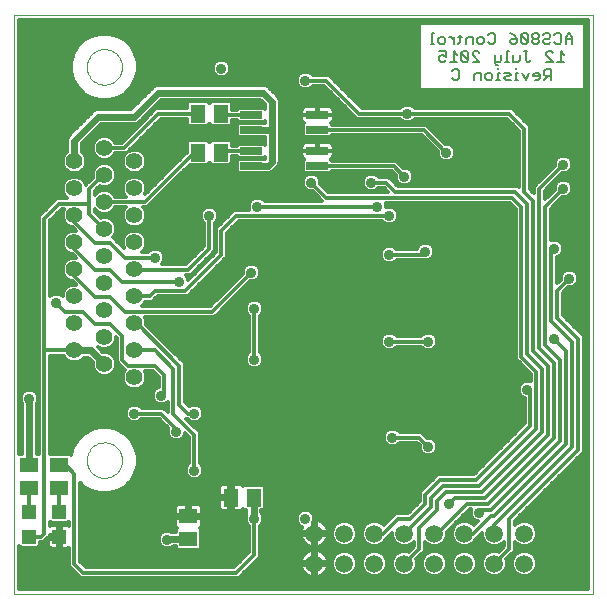
<source format=gbl>
G75*
%MOIN*%
%OFA0B0*%
%FSLAX24Y24*%
%IPPOS*%
%LPD*%
%AMOC8*
5,1,8,0,0,1.08239X$1,22.5*
%
%ADD10C,0.0000*%
%ADD11C,0.0060*%
%ADD12C,0.0554*%
%ADD13C,0.0594*%
%ADD14R,0.0591X0.0512*%
%ADD15R,0.0472X0.0472*%
%ADD16R,0.0512X0.0591*%
%ADD17R,0.0750X0.0250*%
%ADD18C,0.0356*%
%ADD19C,0.0120*%
%ADD20C,0.0240*%
D10*
X004062Y003000D02*
X004062Y022292D01*
X023353Y022292D01*
X023353Y003000D01*
X004062Y003000D01*
X006471Y007445D02*
X006473Y007493D01*
X006479Y007541D01*
X006489Y007588D01*
X006502Y007634D01*
X006520Y007679D01*
X006540Y007723D01*
X006565Y007765D01*
X006593Y007804D01*
X006623Y007841D01*
X006657Y007875D01*
X006694Y007907D01*
X006732Y007936D01*
X006773Y007961D01*
X006816Y007983D01*
X006861Y008001D01*
X006907Y008015D01*
X006954Y008026D01*
X007002Y008033D01*
X007050Y008036D01*
X007098Y008035D01*
X007146Y008030D01*
X007194Y008021D01*
X007240Y008009D01*
X007285Y007992D01*
X007329Y007972D01*
X007371Y007949D01*
X007411Y007922D01*
X007449Y007892D01*
X007484Y007859D01*
X007516Y007823D01*
X007546Y007785D01*
X007572Y007744D01*
X007594Y007701D01*
X007614Y007657D01*
X007629Y007612D01*
X007641Y007565D01*
X007649Y007517D01*
X007653Y007469D01*
X007653Y007421D01*
X007649Y007373D01*
X007641Y007325D01*
X007629Y007278D01*
X007614Y007233D01*
X007594Y007189D01*
X007572Y007146D01*
X007546Y007105D01*
X007516Y007067D01*
X007484Y007031D01*
X007449Y006998D01*
X007411Y006968D01*
X007371Y006941D01*
X007329Y006918D01*
X007285Y006898D01*
X007240Y006881D01*
X007194Y006869D01*
X007146Y006860D01*
X007098Y006855D01*
X007050Y006854D01*
X007002Y006857D01*
X006954Y006864D01*
X006907Y006875D01*
X006861Y006889D01*
X006816Y006907D01*
X006773Y006929D01*
X006732Y006954D01*
X006694Y006983D01*
X006657Y007015D01*
X006623Y007049D01*
X006593Y007086D01*
X006565Y007125D01*
X006540Y007167D01*
X006520Y007211D01*
X006502Y007256D01*
X006489Y007302D01*
X006479Y007349D01*
X006473Y007397D01*
X006471Y007445D01*
X006471Y020555D02*
X006473Y020603D01*
X006479Y020651D01*
X006489Y020698D01*
X006502Y020744D01*
X006520Y020789D01*
X006540Y020833D01*
X006565Y020875D01*
X006593Y020914D01*
X006623Y020951D01*
X006657Y020985D01*
X006694Y021017D01*
X006732Y021046D01*
X006773Y021071D01*
X006816Y021093D01*
X006861Y021111D01*
X006907Y021125D01*
X006954Y021136D01*
X007002Y021143D01*
X007050Y021146D01*
X007098Y021145D01*
X007146Y021140D01*
X007194Y021131D01*
X007240Y021119D01*
X007285Y021102D01*
X007329Y021082D01*
X007371Y021059D01*
X007411Y021032D01*
X007449Y021002D01*
X007484Y020969D01*
X007516Y020933D01*
X007546Y020895D01*
X007572Y020854D01*
X007594Y020811D01*
X007614Y020767D01*
X007629Y020722D01*
X007641Y020675D01*
X007649Y020627D01*
X007653Y020579D01*
X007653Y020531D01*
X007649Y020483D01*
X007641Y020435D01*
X007629Y020388D01*
X007614Y020343D01*
X007594Y020299D01*
X007572Y020256D01*
X007546Y020215D01*
X007516Y020177D01*
X007484Y020141D01*
X007449Y020108D01*
X007411Y020078D01*
X007371Y020051D01*
X007329Y020028D01*
X007285Y020008D01*
X007240Y019991D01*
X007194Y019979D01*
X007146Y019970D01*
X007098Y019965D01*
X007050Y019964D01*
X007002Y019967D01*
X006954Y019974D01*
X006907Y019985D01*
X006861Y019999D01*
X006816Y020017D01*
X006773Y020039D01*
X006732Y020064D01*
X006694Y020093D01*
X006657Y020125D01*
X006623Y020159D01*
X006593Y020196D01*
X006565Y020235D01*
X006540Y020277D01*
X006520Y020321D01*
X006502Y020366D01*
X006489Y020412D01*
X006479Y020459D01*
X006473Y020507D01*
X006471Y020555D01*
D11*
X017939Y021330D02*
X018053Y021330D01*
X017996Y021330D02*
X017996Y021671D01*
X018053Y021671D01*
X018194Y021500D02*
X018251Y021557D01*
X018364Y021557D01*
X018421Y021500D01*
X018421Y021387D01*
X018364Y021330D01*
X018251Y021330D01*
X018194Y021387D01*
X018194Y021500D01*
X018558Y021557D02*
X018615Y021557D01*
X018728Y021444D01*
X018728Y021557D02*
X018728Y021330D01*
X018860Y021330D02*
X018917Y021387D01*
X018917Y021614D01*
X018973Y021557D02*
X018860Y021557D01*
X019115Y021500D02*
X019115Y021330D01*
X019115Y021500D02*
X019172Y021557D01*
X019342Y021557D01*
X019342Y021330D01*
X019483Y021387D02*
X019483Y021500D01*
X019540Y021557D01*
X019653Y021557D01*
X019710Y021500D01*
X019710Y021387D01*
X019653Y021330D01*
X019540Y021330D01*
X019483Y021387D01*
X019500Y021071D02*
X019557Y021014D01*
X019500Y021071D02*
X019387Y021071D01*
X019330Y021014D01*
X019330Y020957D01*
X019557Y020730D01*
X019330Y020730D01*
X019188Y020787D02*
X019188Y021014D01*
X019132Y021071D01*
X019018Y021071D01*
X018961Y021014D01*
X019188Y020787D01*
X019132Y020730D01*
X019018Y020730D01*
X018961Y020787D01*
X018961Y021014D01*
X018820Y020957D02*
X018707Y021071D01*
X018707Y020730D01*
X018820Y020730D02*
X018593Y020730D01*
X018452Y020787D02*
X018395Y020730D01*
X018282Y020730D01*
X018225Y020787D01*
X018225Y020900D01*
X018282Y020957D01*
X018338Y020957D01*
X018452Y020900D01*
X018452Y021071D01*
X018225Y021071D01*
X018711Y020471D02*
X018825Y020471D01*
X018881Y020414D01*
X018881Y020187D01*
X018825Y020130D01*
X018711Y020130D01*
X018655Y020187D01*
X018655Y020414D02*
X018711Y020471D01*
X019391Y020300D02*
X019391Y020130D01*
X019391Y020300D02*
X019448Y020357D01*
X019618Y020357D01*
X019618Y020130D01*
X019759Y020187D02*
X019759Y020300D01*
X019816Y020357D01*
X019930Y020357D01*
X019986Y020300D01*
X019986Y020187D01*
X019930Y020130D01*
X019816Y020130D01*
X019759Y020187D01*
X020118Y020130D02*
X020232Y020130D01*
X020175Y020130D02*
X020175Y020357D01*
X020232Y020357D01*
X020175Y020471D02*
X020175Y020527D01*
X020180Y020617D02*
X020123Y020617D01*
X020066Y020674D01*
X020066Y020957D01*
X020066Y020730D02*
X020237Y020730D01*
X020293Y020787D01*
X020293Y020957D01*
X020482Y021071D02*
X020482Y020730D01*
X020539Y020730D02*
X020425Y020730D01*
X020680Y020730D02*
X020680Y020957D01*
X020539Y021071D02*
X020482Y021071D01*
X020645Y021330D02*
X020588Y021387D01*
X020588Y021444D01*
X020645Y021500D01*
X020815Y021500D01*
X020815Y021387D01*
X020758Y021330D01*
X020645Y021330D01*
X020815Y021500D02*
X020702Y021614D01*
X020588Y021671D01*
X020957Y021614D02*
X020957Y021387D01*
X021013Y021330D01*
X021127Y021330D01*
X021183Y021387D01*
X020957Y021614D01*
X021013Y021671D01*
X021127Y021671D01*
X021183Y021614D01*
X021183Y021387D01*
X021325Y021387D02*
X021382Y021330D01*
X021495Y021330D01*
X021552Y021387D01*
X021552Y021444D01*
X021495Y021500D01*
X021382Y021500D01*
X021325Y021444D01*
X021325Y021387D01*
X021382Y021500D02*
X021325Y021557D01*
X021325Y021614D01*
X021382Y021671D01*
X021495Y021671D01*
X021552Y021614D01*
X021552Y021557D01*
X021495Y021500D01*
X021693Y021444D02*
X021693Y021387D01*
X021750Y021330D01*
X021863Y021330D01*
X021920Y021387D01*
X021863Y021500D02*
X021920Y021557D01*
X021920Y021614D01*
X021863Y021671D01*
X021750Y021671D01*
X021693Y021614D01*
X021750Y021500D02*
X021693Y021444D01*
X021750Y021500D02*
X021863Y021500D01*
X022061Y021387D02*
X022118Y021330D01*
X022232Y021330D01*
X022288Y021387D01*
X022288Y021614D01*
X022232Y021671D01*
X022118Y021671D01*
X022061Y021614D01*
X022430Y021557D02*
X022430Y021330D01*
X022430Y021500D02*
X022657Y021500D01*
X022657Y021557D02*
X022543Y021671D01*
X022430Y021557D01*
X022657Y021557D02*
X022657Y021330D01*
X022380Y020957D02*
X022267Y021071D01*
X022267Y020730D01*
X022380Y020730D02*
X022154Y020730D01*
X022012Y020730D02*
X021785Y020957D01*
X021785Y021014D01*
X021842Y021071D01*
X021955Y021071D01*
X022012Y021014D01*
X022012Y020730D02*
X021785Y020730D01*
X021781Y020471D02*
X021724Y020414D01*
X021724Y020300D01*
X021781Y020244D01*
X021951Y020244D01*
X021837Y020244D02*
X021724Y020130D01*
X021582Y020187D02*
X021582Y020300D01*
X021526Y020357D01*
X021412Y020357D01*
X021356Y020300D01*
X021356Y020244D01*
X021582Y020244D01*
X021582Y020187D02*
X021526Y020130D01*
X021412Y020130D01*
X021214Y020357D02*
X021101Y020130D01*
X020987Y020357D01*
X020846Y020357D02*
X020789Y020357D01*
X020789Y020130D01*
X020846Y020130D02*
X020732Y020130D01*
X020600Y020130D02*
X020430Y020130D01*
X020373Y020187D01*
X020430Y020244D01*
X020543Y020244D01*
X020600Y020300D01*
X020543Y020357D01*
X020373Y020357D01*
X020789Y020471D02*
X020789Y020527D01*
X020850Y020730D02*
X020680Y020730D01*
X020850Y020730D02*
X020907Y020787D01*
X020907Y020957D01*
X021049Y021071D02*
X021162Y021071D01*
X021105Y021071D02*
X021105Y020787D01*
X021162Y020730D01*
X021219Y020730D01*
X021275Y020787D01*
X021781Y020471D02*
X021951Y020471D01*
X021951Y020130D01*
X020078Y021387D02*
X020022Y021330D01*
X019908Y021330D01*
X019852Y021387D01*
X020078Y021387D02*
X020078Y021614D01*
X020022Y021671D01*
X019908Y021671D01*
X019852Y021614D01*
D12*
X008062Y017401D03*
X008062Y016501D03*
X008062Y015601D03*
X008062Y014701D03*
X008062Y013801D03*
X008062Y012901D03*
X008062Y012001D03*
X008062Y011101D03*
X008062Y010201D03*
X007062Y010651D03*
X007062Y011551D03*
X007062Y012451D03*
X007062Y013351D03*
X007062Y014251D03*
X007062Y015151D03*
X007062Y016051D03*
X007062Y016951D03*
X007062Y017851D03*
X006062Y017401D03*
X006062Y016501D03*
X006062Y015601D03*
X006062Y014701D03*
X006062Y013801D03*
X006062Y012901D03*
X006062Y012001D03*
X006062Y011101D03*
D13*
X014062Y005000D03*
X014062Y004000D03*
X015062Y004000D03*
X016062Y004000D03*
X017062Y004000D03*
X018062Y004000D03*
X019062Y004000D03*
X020062Y004000D03*
X021062Y004000D03*
X021062Y005000D03*
X020062Y005000D03*
X019062Y005000D03*
X018062Y005000D03*
X017062Y005000D03*
X016062Y005000D03*
X015062Y005000D03*
D14*
X009862Y004826D03*
X009862Y005574D03*
X005562Y006526D03*
X005562Y007274D03*
X004562Y007274D03*
X004562Y006526D03*
D15*
X004562Y005714D03*
X004562Y004887D03*
X005562Y004887D03*
X005562Y005714D03*
D16*
X011288Y006200D03*
X012036Y006200D03*
X010936Y017700D03*
X010188Y017700D03*
X010188Y019000D03*
X010936Y019000D03*
D17*
X011962Y018950D03*
X011962Y018450D03*
X011962Y017750D03*
X011962Y017250D03*
X014162Y017250D03*
X014162Y017750D03*
X014162Y018450D03*
X014162Y018950D03*
D18*
X013762Y019500D03*
X013762Y020100D03*
X013162Y021000D03*
X015262Y021600D03*
X016262Y021600D03*
X017862Y019400D03*
X017162Y019000D03*
X018462Y017700D03*
X017762Y017000D03*
X017062Y016900D03*
X016962Y015900D03*
X016562Y015600D03*
X016162Y015900D03*
X015962Y016700D03*
X013962Y016700D03*
X013162Y015200D03*
X012162Y015300D03*
X012162Y015900D03*
X011962Y016800D03*
X011062Y015700D03*
X010562Y015600D03*
X009662Y015700D03*
X008762Y014200D03*
X009562Y013400D03*
X008962Y012800D03*
X008962Y012000D03*
X008662Y010000D03*
X008962Y009600D03*
X008062Y009000D03*
X009462Y008400D03*
X010062Y009000D03*
X011462Y010000D03*
X012062Y010800D03*
X013062Y009300D03*
X015862Y010300D03*
X016862Y010200D03*
X016562Y011400D03*
X017862Y011400D03*
X018062Y011000D03*
X017762Y012000D03*
X017162Y013100D03*
X018062Y014000D03*
X017762Y014400D03*
X017762Y015000D03*
X016562Y014300D03*
X015962Y012900D03*
X012062Y012500D03*
X011962Y013700D03*
X009262Y017700D03*
X010962Y020500D03*
X010662Y021800D03*
X005162Y018800D03*
X005062Y016100D03*
X005462Y015200D03*
X005462Y012700D03*
X005662Y009500D03*
X004562Y009500D03*
X009162Y004800D03*
X009862Y006200D03*
X010062Y007100D03*
X012062Y005500D03*
X013162Y006300D03*
X013762Y005500D03*
X013062Y004200D03*
X010662Y004500D03*
X016462Y007200D03*
X016662Y008200D03*
X017862Y007900D03*
X018162Y007500D03*
X017862Y008500D03*
X018562Y006000D03*
X019562Y005700D03*
X022662Y004300D03*
X021162Y009800D03*
X020662Y009800D03*
X022062Y011500D03*
X022562Y013500D03*
X022062Y014500D03*
X022662Y015300D03*
X022362Y016500D03*
X022362Y017300D03*
X020462Y018000D03*
X020162Y017000D03*
X020162Y015300D03*
X020862Y019400D03*
X022362Y019400D03*
X004562Y003600D03*
D19*
X004222Y003593D02*
X006215Y003593D01*
X006287Y003520D02*
X011536Y003520D01*
X011642Y003626D01*
X012242Y004226D01*
X012242Y005259D01*
X012315Y005331D01*
X012360Y005441D01*
X012360Y005560D01*
X012315Y005669D01*
X012276Y005708D01*
X012276Y005785D01*
X012342Y005785D01*
X012412Y005855D01*
X012412Y006545D01*
X012342Y006616D01*
X011730Y006616D01*
X011685Y006570D01*
X011672Y006594D01*
X011642Y006624D01*
X011606Y006645D01*
X011565Y006656D01*
X011348Y006656D01*
X011348Y006260D01*
X011228Y006260D01*
X011228Y006140D01*
X011348Y006140D01*
X011348Y005745D01*
X011565Y005745D01*
X011606Y005756D01*
X011642Y005777D01*
X011672Y005807D01*
X011685Y005830D01*
X011730Y005785D01*
X011796Y005785D01*
X011796Y005637D01*
X011764Y005560D01*
X011764Y005441D01*
X011809Y005331D01*
X011882Y005259D01*
X011882Y004375D01*
X011387Y003880D01*
X006436Y003880D01*
X006242Y004075D01*
X006242Y006695D01*
X006380Y006557D01*
X006633Y006411D01*
X006916Y006335D01*
X007208Y006335D01*
X007490Y006411D01*
X007743Y006557D01*
X007950Y006764D01*
X008096Y007017D01*
X008172Y007299D01*
X008172Y007591D01*
X008096Y007874D01*
X007950Y008127D01*
X007743Y008333D01*
X007490Y008479D01*
X007208Y008555D01*
X006916Y008555D01*
X006633Y008479D01*
X006380Y008333D01*
X005242Y008333D01*
X005242Y008451D02*
X006585Y008451D01*
X006380Y008333D02*
X006174Y008127D01*
X006028Y007874D01*
X005955Y007602D01*
X005907Y007650D01*
X005242Y007650D01*
X005242Y010921D01*
X005707Y010921D01*
X005725Y010876D01*
X005837Y010765D01*
X005983Y010704D01*
X006141Y010704D01*
X006287Y010765D01*
X006384Y010861D01*
X006512Y010861D01*
X006665Y010709D01*
X006665Y010572D01*
X006725Y010426D01*
X006837Y010315D01*
X006983Y010254D01*
X007141Y010254D01*
X007287Y010315D01*
X007399Y010426D01*
X007459Y010572D01*
X007459Y010730D01*
X007399Y010876D01*
X007287Y010988D01*
X007141Y011049D01*
X007004Y011049D01*
X006839Y011214D01*
X006983Y011154D01*
X007141Y011154D01*
X007287Y011215D01*
X007399Y011326D01*
X007459Y011472D01*
X007459Y011549D01*
X007482Y011526D01*
X007482Y010726D01*
X007682Y010526D01*
X007753Y010454D01*
X007725Y010426D01*
X007665Y010280D01*
X007665Y010122D01*
X007725Y009976D01*
X007837Y009865D01*
X007983Y009804D01*
X008141Y009804D01*
X008287Y009865D01*
X008399Y009976D01*
X008459Y010122D01*
X008459Y010280D01*
X008401Y010420D01*
X008687Y010420D01*
X008882Y010226D01*
X008882Y009890D01*
X008793Y009853D01*
X008709Y009769D01*
X008664Y009660D01*
X008664Y009541D01*
X008709Y009431D01*
X008793Y009348D01*
X008903Y009302D01*
X009021Y009302D01*
X009131Y009348D01*
X009182Y009399D01*
X009182Y009035D01*
X009036Y009180D01*
X008303Y009180D01*
X008231Y009253D01*
X008121Y009298D01*
X008003Y009298D01*
X007893Y009253D01*
X007809Y009169D01*
X007764Y009060D01*
X007764Y008941D01*
X007809Y008831D01*
X007893Y008748D01*
X008003Y008702D01*
X008121Y008702D01*
X008231Y008748D01*
X008303Y008820D01*
X008887Y008820D01*
X009188Y008519D01*
X009164Y008460D01*
X009164Y008341D01*
X009209Y008231D01*
X009293Y008148D01*
X009403Y008102D01*
X009521Y008102D01*
X009631Y008148D01*
X009715Y008231D01*
X009760Y008341D01*
X009760Y008348D01*
X009882Y008226D01*
X009882Y007342D01*
X009809Y007269D01*
X009764Y007160D01*
X009764Y007041D01*
X009809Y006931D01*
X009893Y006848D01*
X010003Y006802D01*
X010121Y006802D01*
X010231Y006848D01*
X010315Y006931D01*
X010360Y007041D01*
X010360Y007160D01*
X010315Y007269D01*
X010242Y007342D01*
X010242Y008375D01*
X010136Y008480D01*
X009796Y008820D01*
X009820Y008820D01*
X009893Y008748D01*
X010003Y008702D01*
X010121Y008702D01*
X010231Y008748D01*
X010315Y008831D01*
X010360Y008941D01*
X010360Y009060D01*
X010315Y009169D01*
X010231Y009253D01*
X010121Y009298D01*
X010003Y009298D01*
X009893Y009253D01*
X009878Y009238D01*
X009742Y009375D01*
X009742Y010675D01*
X009636Y010780D01*
X008459Y011958D01*
X008459Y012080D01*
X008401Y012220D01*
X010736Y012220D01*
X011918Y013402D01*
X012021Y013402D01*
X012131Y013448D01*
X012215Y013531D01*
X012260Y013641D01*
X012260Y013760D01*
X012215Y013869D01*
X012131Y013953D01*
X012021Y013998D01*
X011903Y013998D01*
X011793Y013953D01*
X011709Y013869D01*
X011664Y013760D01*
X011664Y013657D01*
X010587Y012580D01*
X008302Y012580D01*
X008399Y012676D01*
X008417Y012721D01*
X008638Y012721D01*
X008836Y012920D01*
X009836Y012920D01*
X011036Y014120D01*
X011142Y014226D01*
X011142Y015026D01*
X011536Y015420D01*
X016320Y015420D01*
X016393Y015348D01*
X016503Y015302D01*
X016621Y015302D01*
X016731Y015348D01*
X016815Y015431D01*
X016860Y015541D01*
X016860Y015660D01*
X016815Y015769D01*
X016731Y015853D01*
X016621Y015898D01*
X016503Y015898D01*
X016460Y015881D01*
X016460Y015960D01*
X016435Y016020D01*
X020587Y016020D01*
X020782Y015826D01*
X020782Y010826D01*
X020887Y010720D01*
X020887Y010720D01*
X021282Y010326D01*
X021282Y010073D01*
X021221Y010098D01*
X021103Y010098D01*
X020993Y010053D01*
X020909Y009969D01*
X020864Y009860D01*
X020864Y009741D01*
X020909Y009631D01*
X020993Y009548D01*
X021082Y009511D01*
X021082Y008675D01*
X019387Y006980D01*
X018187Y006980D01*
X017687Y006480D01*
X017582Y006375D01*
X017582Y006075D01*
X017187Y005680D01*
X016787Y005680D01*
X016379Y005272D01*
X016298Y005354D01*
X016145Y005417D01*
X015979Y005417D01*
X015826Y005354D01*
X015709Y005236D01*
X015645Y005083D01*
X015645Y004917D01*
X015709Y004764D01*
X015826Y004647D01*
X015979Y004583D01*
X016145Y004583D01*
X016298Y004647D01*
X016415Y004764D01*
X016440Y004824D01*
X016542Y004926D01*
X016645Y005029D01*
X016645Y004917D01*
X016709Y004764D01*
X016826Y004647D01*
X016979Y004583D01*
X017145Y004583D01*
X017298Y004647D01*
X017382Y004731D01*
X017382Y004575D01*
X017201Y004394D01*
X017145Y004417D01*
X016979Y004417D01*
X016826Y004354D01*
X016709Y004236D01*
X016645Y004083D01*
X016645Y003917D01*
X016709Y003764D01*
X016826Y003647D01*
X016979Y003583D01*
X017145Y003583D01*
X017298Y003647D01*
X017415Y003764D01*
X017479Y003917D01*
X017479Y004083D01*
X017455Y004139D01*
X017636Y004320D01*
X017742Y004426D01*
X017742Y004731D01*
X017826Y004647D01*
X017979Y004583D01*
X018145Y004583D01*
X018298Y004647D01*
X018415Y004764D01*
X018479Y004917D01*
X018479Y005063D01*
X019236Y005820D01*
X019289Y005820D01*
X019264Y005760D01*
X019264Y005641D01*
X019309Y005531D01*
X019393Y005448D01*
X019503Y005402D01*
X019509Y005402D01*
X019379Y005272D01*
X019298Y005354D01*
X019145Y005417D01*
X018979Y005417D01*
X018826Y005354D01*
X018709Y005236D01*
X018645Y005083D01*
X018645Y004917D01*
X018709Y004764D01*
X018826Y004647D01*
X018979Y004583D01*
X019145Y004583D01*
X019298Y004647D01*
X019415Y004764D01*
X019440Y004824D01*
X019645Y005029D01*
X019645Y004917D01*
X019709Y004764D01*
X019826Y004647D01*
X019979Y004583D01*
X020145Y004583D01*
X020298Y004647D01*
X020382Y004731D01*
X020382Y004575D01*
X020201Y004394D01*
X020145Y004417D01*
X019979Y004417D01*
X019826Y004354D01*
X019709Y004236D01*
X019645Y004083D01*
X019645Y003917D01*
X019709Y003764D01*
X019826Y003647D01*
X019979Y003583D01*
X020145Y003583D01*
X020298Y003647D01*
X020415Y003764D01*
X020479Y003917D01*
X020479Y004083D01*
X020455Y004139D01*
X020636Y004320D01*
X020742Y004426D01*
X020742Y004731D01*
X020826Y004647D01*
X020979Y004583D01*
X021145Y004583D01*
X021298Y004647D01*
X021415Y004764D01*
X021479Y004917D01*
X021479Y005083D01*
X021415Y005236D01*
X021298Y005354D01*
X021145Y005417D01*
X020979Y005417D01*
X020826Y005354D01*
X020742Y005270D01*
X020742Y005426D01*
X022936Y007620D01*
X023042Y007726D01*
X023042Y011575D01*
X022342Y012275D01*
X022342Y013026D01*
X022518Y013202D01*
X022621Y013202D01*
X022731Y013248D01*
X022815Y013331D01*
X022860Y013441D01*
X022860Y013560D01*
X022815Y013669D01*
X022731Y013753D01*
X022621Y013798D01*
X022503Y013798D01*
X022393Y013753D01*
X022309Y013669D01*
X022264Y013560D01*
X022264Y013457D01*
X022142Y013335D01*
X022142Y014211D01*
X022231Y014248D01*
X022315Y014331D01*
X022360Y014441D01*
X022360Y014560D01*
X022315Y014669D01*
X022231Y014753D01*
X022121Y014798D01*
X022003Y014798D01*
X021942Y014773D01*
X021942Y015826D01*
X022318Y016202D01*
X022421Y016202D01*
X022531Y016248D01*
X022615Y016331D01*
X022660Y016441D01*
X022660Y016560D01*
X022615Y016669D01*
X022531Y016753D01*
X022421Y016798D01*
X022303Y016798D01*
X022193Y016753D01*
X022109Y016669D01*
X022064Y016560D01*
X022064Y016457D01*
X021742Y016135D01*
X021742Y016426D01*
X022318Y017002D01*
X022421Y017002D01*
X022531Y017048D01*
X022615Y017131D01*
X022660Y017241D01*
X022660Y017360D01*
X022615Y017469D01*
X022531Y017553D01*
X022421Y017598D01*
X022303Y017598D01*
X022193Y017553D01*
X022109Y017469D01*
X022064Y017360D01*
X022064Y017257D01*
X021382Y016575D01*
X021382Y016335D01*
X021242Y016475D01*
X021242Y018575D01*
X020742Y019075D01*
X020636Y019180D01*
X017403Y019180D01*
X017331Y019253D01*
X017221Y019298D01*
X017103Y019298D01*
X016993Y019253D01*
X016920Y019180D01*
X015636Y019180D01*
X014642Y020175D01*
X014536Y020280D01*
X014003Y020280D01*
X013931Y020353D01*
X013821Y020398D01*
X013703Y020398D01*
X013593Y020353D01*
X013509Y020269D01*
X013464Y020160D01*
X013464Y020041D01*
X013509Y019931D01*
X013593Y019848D01*
X013703Y019802D01*
X013821Y019802D01*
X013931Y019848D01*
X014003Y019920D01*
X014387Y019920D01*
X015487Y018820D01*
X016920Y018820D01*
X016993Y018748D01*
X017103Y018702D01*
X017221Y018702D01*
X017331Y018748D01*
X017403Y018820D01*
X020487Y018820D01*
X020882Y018426D01*
X020882Y016535D01*
X020836Y016580D01*
X016836Y016580D01*
X016536Y016880D01*
X016203Y016880D01*
X016131Y016953D01*
X016021Y016998D01*
X015903Y016998D01*
X015793Y016953D01*
X015709Y016869D01*
X015664Y016760D01*
X015664Y016641D01*
X015709Y016531D01*
X015793Y016448D01*
X015903Y016402D01*
X016021Y016402D01*
X016131Y016448D01*
X016203Y016520D01*
X016387Y016520D01*
X016527Y016380D01*
X014536Y016380D01*
X014260Y016657D01*
X014260Y016760D01*
X014215Y016869D01*
X014131Y016953D01*
X014021Y016998D01*
X013903Y016998D01*
X013793Y016953D01*
X013709Y016869D01*
X013664Y016760D01*
X013664Y016641D01*
X013709Y016531D01*
X013793Y016448D01*
X013903Y016402D01*
X014005Y016402D01*
X014282Y016126D01*
X014327Y016080D01*
X012403Y016080D01*
X012331Y016153D01*
X012221Y016198D01*
X012103Y016198D01*
X011993Y016153D01*
X011909Y016069D01*
X011864Y015960D01*
X011864Y015841D01*
X011889Y015780D01*
X011387Y015780D01*
X010782Y015175D01*
X010782Y014375D01*
X009860Y013453D01*
X009860Y013460D01*
X009815Y013569D01*
X009763Y013620D01*
X009936Y013620D01*
X010042Y013726D01*
X010742Y014426D01*
X010742Y015359D01*
X010815Y015431D01*
X010860Y015541D01*
X010860Y015660D01*
X010815Y015769D01*
X010731Y015853D01*
X010621Y015898D01*
X010503Y015898D01*
X010393Y015853D01*
X010309Y015769D01*
X010264Y015660D01*
X010264Y015541D01*
X010309Y015431D01*
X010382Y015359D01*
X010382Y014575D01*
X009787Y013980D01*
X008963Y013980D01*
X009015Y014031D01*
X009060Y014141D01*
X009060Y014260D01*
X009015Y014369D01*
X008931Y014453D01*
X008821Y014498D01*
X008703Y014498D01*
X008593Y014453D01*
X008520Y014380D01*
X008302Y014380D01*
X008399Y014476D01*
X008459Y014622D01*
X008459Y014780D01*
X008399Y014926D01*
X008287Y015038D01*
X008141Y015099D01*
X007983Y015099D01*
X007837Y015038D01*
X007725Y014926D01*
X007665Y014780D01*
X007665Y014622D01*
X007715Y014502D01*
X007344Y014872D01*
X007399Y014926D01*
X007459Y015072D01*
X007459Y015230D01*
X007399Y015376D01*
X007287Y015488D01*
X007141Y015549D01*
X006983Y015549D01*
X006938Y015530D01*
X006742Y015726D01*
X006742Y015810D01*
X006837Y015715D01*
X006983Y015654D01*
X007141Y015654D01*
X007287Y015715D01*
X007399Y015826D01*
X007417Y015871D01*
X007770Y015871D01*
X007725Y015826D01*
X007665Y015680D01*
X007202Y015680D01*
X007370Y015798D02*
X007714Y015798D01*
X007665Y015680D02*
X007665Y015522D01*
X007725Y015376D01*
X007837Y015265D01*
X007983Y015204D01*
X008141Y015204D01*
X008287Y015265D01*
X008399Y015376D01*
X008459Y015522D01*
X008459Y015680D01*
X010272Y015680D01*
X010264Y015561D02*
X008459Y015561D01*
X008459Y015680D02*
X008399Y015826D01*
X008354Y015871D01*
X008488Y015871D01*
X009901Y017285D01*
X010493Y017285D01*
X010562Y017353D01*
X010630Y017285D01*
X011242Y017285D01*
X011312Y017355D01*
X011312Y017570D01*
X011472Y017570D01*
X011537Y017505D01*
X012387Y017505D01*
X012422Y017541D01*
X012422Y017500D01*
X012412Y017490D01*
X012392Y017490D01*
X012387Y017495D01*
X011537Y017495D01*
X011467Y017425D01*
X011467Y017076D01*
X011537Y017005D01*
X012387Y017005D01*
X012392Y017010D01*
X012560Y017010D01*
X012648Y017047D01*
X012798Y017197D01*
X012865Y017264D01*
X012902Y017352D01*
X012902Y019448D01*
X012865Y019536D01*
X012798Y019604D01*
X012498Y019904D01*
X012410Y019940D01*
X008814Y019940D01*
X008726Y019904D01*
X008658Y019836D01*
X007962Y019140D01*
X006814Y019140D01*
X006726Y019104D01*
X006658Y019036D01*
X005926Y018304D01*
X005858Y018236D01*
X005822Y018148D01*
X005822Y017723D01*
X005725Y017626D01*
X005665Y017480D01*
X005665Y017322D01*
X005725Y017176D01*
X005837Y017065D01*
X005983Y017004D01*
X006141Y017004D01*
X006287Y017065D01*
X006399Y017176D01*
X006459Y017322D01*
X006459Y017480D01*
X006399Y017626D01*
X006302Y017723D01*
X006302Y018001D01*
X006961Y018660D01*
X008110Y018660D01*
X008198Y018697D01*
X008961Y019460D01*
X012262Y019460D01*
X012422Y019301D01*
X012422Y019160D01*
X012387Y019195D01*
X011537Y019195D01*
X011472Y019130D01*
X011312Y019130D01*
X011312Y019345D01*
X011242Y019416D01*
X010630Y019416D01*
X010562Y019347D01*
X010493Y019416D01*
X009882Y019416D01*
X009812Y019345D01*
X009812Y019180D01*
X008787Y019180D01*
X008682Y019075D01*
X007639Y018031D01*
X007417Y018031D01*
X007399Y018076D01*
X007287Y018188D01*
X007141Y018249D01*
X006983Y018249D01*
X006837Y018188D01*
X006725Y018076D01*
X006665Y017930D01*
X006665Y017772D01*
X006725Y017626D01*
X006837Y017515D01*
X006983Y017454D01*
X007141Y017454D01*
X007287Y017515D01*
X007399Y017626D01*
X007417Y017671D01*
X007770Y017671D01*
X007725Y017626D01*
X007665Y017480D01*
X007665Y017322D01*
X007725Y017176D01*
X007837Y017065D01*
X007983Y017004D01*
X008141Y017004D01*
X008287Y017065D01*
X008399Y017176D01*
X008459Y017322D01*
X008459Y017480D01*
X008399Y017626D01*
X008287Y017738D01*
X008141Y017799D01*
X007983Y017799D01*
X007867Y017750D01*
X008936Y018820D01*
X009812Y018820D01*
X009812Y018655D01*
X009882Y018585D01*
X010493Y018585D01*
X010562Y018653D01*
X010630Y018585D01*
X011242Y018585D01*
X011312Y018655D01*
X011312Y018770D01*
X011472Y018770D01*
X011537Y018705D01*
X012387Y018705D01*
X012422Y018741D01*
X012422Y018690D01*
X012392Y018690D01*
X012387Y018695D01*
X011537Y018695D01*
X011467Y018625D01*
X011467Y018276D01*
X011537Y018205D01*
X012387Y018205D01*
X012392Y018210D01*
X012422Y018210D01*
X012422Y017960D01*
X012387Y017995D01*
X011537Y017995D01*
X011472Y017930D01*
X011312Y017930D01*
X011312Y018045D01*
X011242Y018116D01*
X010630Y018116D01*
X010562Y018047D01*
X010493Y018116D01*
X009882Y018116D01*
X009812Y018045D01*
X009812Y017705D01*
X008409Y016302D01*
X008459Y016422D01*
X008459Y016580D01*
X008399Y016726D01*
X008287Y016838D01*
X008141Y016899D01*
X007983Y016899D01*
X007837Y016838D01*
X007725Y016726D01*
X007665Y016580D01*
X007665Y016422D01*
X007725Y016276D01*
X007770Y016231D01*
X007417Y016231D01*
X007399Y016276D01*
X007287Y016388D01*
X007141Y016449D01*
X006983Y016449D01*
X006837Y016388D01*
X006742Y016293D01*
X006742Y016426D01*
X006903Y016587D01*
X006983Y016554D01*
X007141Y016554D01*
X007287Y016615D01*
X007399Y016726D01*
X007459Y016872D01*
X007459Y017030D01*
X007399Y017176D01*
X007287Y017288D01*
X007141Y017349D01*
X006983Y017349D01*
X006837Y017288D01*
X006725Y017176D01*
X006665Y017030D01*
X006665Y016872D01*
X006669Y016862D01*
X006487Y016680D01*
X006438Y016631D01*
X006399Y016726D01*
X006287Y016838D01*
X006141Y016899D01*
X005983Y016899D01*
X005837Y016838D01*
X005725Y016726D01*
X005665Y016580D01*
X005665Y016422D01*
X005725Y016276D01*
X005821Y016180D01*
X005487Y016180D01*
X005382Y016075D01*
X004882Y015575D01*
X004882Y007650D01*
X004802Y007650D01*
X004802Y009319D01*
X004815Y009331D01*
X004860Y009441D01*
X004860Y009560D01*
X004815Y009669D01*
X004731Y009753D01*
X004621Y009798D01*
X004503Y009798D01*
X004393Y009753D01*
X004309Y009669D01*
X004264Y009560D01*
X004264Y009441D01*
X004309Y009331D01*
X004322Y009319D01*
X004322Y007650D01*
X004222Y007650D01*
X004222Y022132D01*
X023193Y022132D01*
X023193Y003160D01*
X004222Y003160D01*
X004222Y004585D01*
X004276Y004531D01*
X004848Y004531D01*
X004918Y004601D01*
X004918Y004707D01*
X005023Y004707D01*
X005242Y004926D01*
X005242Y004945D01*
X005504Y004945D01*
X005504Y005283D01*
X005305Y005283D01*
X005264Y005272D01*
X005242Y005259D01*
X005242Y005391D01*
X005276Y005357D01*
X005848Y005357D01*
X005882Y005391D01*
X005882Y005259D01*
X005860Y005272D01*
X005819Y005283D01*
X005620Y005283D01*
X005620Y004945D01*
X005504Y004945D01*
X005504Y004829D01*
X005166Y004829D01*
X005166Y004630D01*
X005177Y004589D01*
X005198Y004552D01*
X005227Y004523D01*
X005264Y004502D01*
X005305Y004491D01*
X005504Y004491D01*
X005504Y004829D01*
X005620Y004829D01*
X005620Y004491D01*
X005819Y004491D01*
X005860Y004502D01*
X005882Y004514D01*
X005882Y003926D01*
X005987Y003820D01*
X006287Y003520D01*
X006362Y003700D02*
X006062Y004000D01*
X006062Y007000D01*
X005788Y007274D01*
X005562Y007274D01*
X005935Y007622D02*
X005960Y007622D01*
X005992Y007740D02*
X005242Y007740D01*
X005242Y007859D02*
X006024Y007859D01*
X006087Y007977D02*
X005242Y007977D01*
X005242Y008096D02*
X006156Y008096D01*
X006261Y008214D02*
X005242Y008214D01*
X005242Y008570D02*
X009138Y008570D01*
X009164Y008451D02*
X007539Y008451D01*
X007744Y008333D02*
X009167Y008333D01*
X009226Y008214D02*
X007863Y008214D01*
X007968Y008096D02*
X009882Y008096D01*
X009882Y008214D02*
X009697Y008214D01*
X009757Y008333D02*
X009775Y008333D01*
X010062Y008300D02*
X010062Y007100D01*
X010294Y006911D02*
X018118Y006911D01*
X017999Y006792D02*
X007967Y006792D01*
X008035Y006911D02*
X009830Y006911D01*
X009769Y007029D02*
X008100Y007029D01*
X008131Y007148D02*
X009764Y007148D01*
X009808Y007266D02*
X008163Y007266D01*
X008172Y007385D02*
X009882Y007385D01*
X009882Y007503D02*
X008172Y007503D01*
X008164Y007622D02*
X009882Y007622D01*
X009882Y007740D02*
X008132Y007740D01*
X008100Y007859D02*
X009882Y007859D01*
X009882Y007977D02*
X008036Y007977D01*
X007834Y008807D02*
X005242Y008807D01*
X005242Y008925D02*
X007770Y008925D01*
X007764Y009044D02*
X005242Y009044D01*
X005242Y009162D02*
X007806Y009162D01*
X007960Y009281D02*
X005242Y009281D01*
X005242Y009399D02*
X008741Y009399D01*
X008673Y009518D02*
X005242Y009518D01*
X005242Y009636D02*
X008664Y009636D01*
X008703Y009755D02*
X005242Y009755D01*
X005242Y009873D02*
X007828Y009873D01*
X007719Y009992D02*
X005242Y009992D01*
X005242Y010110D02*
X007670Y010110D01*
X007665Y010229D02*
X005242Y010229D01*
X005242Y010347D02*
X006804Y010347D01*
X006709Y010466D02*
X005242Y010466D01*
X005242Y010584D02*
X006665Y010584D01*
X006665Y010703D02*
X005242Y010703D01*
X005242Y010821D02*
X005780Y010821D01*
X006062Y011101D02*
X005063Y011101D01*
X005062Y011100D01*
X005062Y015500D01*
X005562Y016000D01*
X006562Y016000D01*
X006562Y015651D01*
X007062Y015151D01*
X007332Y015443D02*
X007698Y015443D01*
X007665Y015561D02*
X006907Y015561D01*
X006921Y015680D02*
X006788Y015680D01*
X006753Y015798D02*
X006742Y015798D01*
X006562Y016000D02*
X006562Y016500D01*
X007013Y016951D01*
X007062Y016951D01*
X007430Y017102D02*
X007800Y017102D01*
X007707Y017220D02*
X007355Y017220D01*
X007165Y017339D02*
X007665Y017339D01*
X007665Y017457D02*
X007148Y017457D01*
X006976Y017457D02*
X006459Y017457D01*
X006459Y017339D02*
X006959Y017339D01*
X006769Y017220D02*
X006417Y017220D01*
X006324Y017102D02*
X006694Y017102D01*
X006665Y016983D02*
X004222Y016983D01*
X004222Y016865D02*
X005901Y016865D01*
X005745Y016746D02*
X004222Y016746D01*
X004222Y016628D02*
X005684Y016628D01*
X005665Y016509D02*
X004222Y016509D01*
X004222Y016391D02*
X005678Y016391D01*
X005729Y016272D02*
X004222Y016272D01*
X004222Y016154D02*
X005461Y016154D01*
X005342Y016035D02*
X004222Y016035D01*
X004222Y015917D02*
X005224Y015917D01*
X005105Y015798D02*
X004222Y015798D01*
X004222Y015680D02*
X004987Y015680D01*
X004882Y015561D02*
X004222Y015561D01*
X004222Y015443D02*
X004882Y015443D01*
X004882Y015324D02*
X004222Y015324D01*
X004222Y015206D02*
X004882Y015206D01*
X004882Y015087D02*
X004222Y015087D01*
X004222Y014969D02*
X004882Y014969D01*
X004882Y014850D02*
X004222Y014850D01*
X004222Y014732D02*
X004882Y014732D01*
X004882Y014613D02*
X004222Y014613D01*
X004222Y014495D02*
X004882Y014495D01*
X004882Y014376D02*
X004222Y014376D01*
X004222Y014258D02*
X004882Y014258D01*
X004882Y014139D02*
X004222Y014139D01*
X004222Y014021D02*
X004882Y014021D01*
X004882Y013902D02*
X004222Y013902D01*
X004222Y013784D02*
X004882Y013784D01*
X004882Y013665D02*
X004222Y013665D01*
X004222Y013547D02*
X004882Y013547D01*
X004882Y013428D02*
X004222Y013428D01*
X004222Y013310D02*
X004882Y013310D01*
X004882Y013191D02*
X004222Y013191D01*
X004222Y013073D02*
X004882Y013073D01*
X004882Y012954D02*
X004222Y012954D01*
X004222Y012836D02*
X004882Y012836D01*
X004882Y012717D02*
X004222Y012717D01*
X004222Y012599D02*
X004882Y012599D01*
X004882Y012480D02*
X004222Y012480D01*
X004222Y012362D02*
X004882Y012362D01*
X004882Y012243D02*
X004222Y012243D01*
X004222Y012125D02*
X004882Y012125D01*
X004882Y012006D02*
X004222Y012006D01*
X004222Y011888D02*
X004882Y011888D01*
X004882Y011769D02*
X004222Y011769D01*
X004222Y011651D02*
X004882Y011651D01*
X004882Y011532D02*
X004222Y011532D01*
X004222Y011414D02*
X004882Y011414D01*
X004882Y011295D02*
X004222Y011295D01*
X004222Y011177D02*
X004882Y011177D01*
X004882Y011058D02*
X004222Y011058D01*
X004222Y010940D02*
X004882Y010940D01*
X004882Y010821D02*
X004222Y010821D01*
X004222Y010703D02*
X004882Y010703D01*
X004882Y010584D02*
X004222Y010584D01*
X004222Y010466D02*
X004882Y010466D01*
X004882Y010347D02*
X004222Y010347D01*
X004222Y010229D02*
X004882Y010229D01*
X004882Y010110D02*
X004222Y010110D01*
X004222Y009992D02*
X004882Y009992D01*
X004882Y009873D02*
X004222Y009873D01*
X004222Y009755D02*
X004397Y009755D01*
X004296Y009636D02*
X004222Y009636D01*
X004222Y009518D02*
X004264Y009518D01*
X004281Y009399D02*
X004222Y009399D01*
X004222Y009281D02*
X004322Y009281D01*
X004322Y009162D02*
X004222Y009162D01*
X004222Y009044D02*
X004322Y009044D01*
X004322Y008925D02*
X004222Y008925D01*
X004222Y008807D02*
X004322Y008807D01*
X004322Y008688D02*
X004222Y008688D01*
X004222Y008570D02*
X004322Y008570D01*
X004322Y008451D02*
X004222Y008451D01*
X004222Y008333D02*
X004322Y008333D01*
X004322Y008214D02*
X004222Y008214D01*
X004222Y008096D02*
X004322Y008096D01*
X004322Y007977D02*
X004222Y007977D01*
X004222Y007859D02*
X004322Y007859D01*
X004322Y007740D02*
X004222Y007740D01*
X004802Y007740D02*
X004882Y007740D01*
X004882Y007859D02*
X004802Y007859D01*
X004802Y007977D02*
X004882Y007977D01*
X004882Y008096D02*
X004802Y008096D01*
X004802Y008214D02*
X004882Y008214D01*
X004882Y008333D02*
X004802Y008333D01*
X004802Y008451D02*
X004882Y008451D01*
X004882Y008570D02*
X004802Y008570D01*
X004802Y008688D02*
X004882Y008688D01*
X004882Y008807D02*
X004802Y008807D01*
X004802Y008925D02*
X004882Y008925D01*
X004882Y009044D02*
X004802Y009044D01*
X004802Y009162D02*
X004882Y009162D01*
X004882Y009281D02*
X004802Y009281D01*
X004843Y009399D02*
X004882Y009399D01*
X004882Y009518D02*
X004860Y009518D01*
X004882Y009636D02*
X004828Y009636D01*
X004882Y009755D02*
X004726Y009755D01*
X005242Y008688D02*
X009019Y008688D01*
X008901Y008807D02*
X008290Y008807D01*
X008062Y009000D02*
X008962Y009000D01*
X009462Y008500D01*
X009462Y008400D01*
X009810Y008807D02*
X009834Y008807D01*
X009928Y008688D02*
X021082Y008688D01*
X021082Y008807D02*
X010290Y008807D01*
X010354Y008925D02*
X021082Y008925D01*
X021082Y009044D02*
X010360Y009044D01*
X010317Y009162D02*
X021082Y009162D01*
X021082Y009281D02*
X010164Y009281D01*
X009960Y009281D02*
X009836Y009281D01*
X009742Y009399D02*
X021082Y009399D01*
X021065Y009518D02*
X009742Y009518D01*
X009742Y009636D02*
X020907Y009636D01*
X020864Y009755D02*
X009742Y009755D01*
X009742Y009873D02*
X020869Y009873D01*
X020932Y009992D02*
X009742Y009992D01*
X009742Y010110D02*
X021282Y010110D01*
X021282Y010229D02*
X009742Y010229D01*
X009742Y010347D02*
X021260Y010347D01*
X021142Y010466D02*
X009742Y010466D01*
X009742Y010584D02*
X011856Y010584D01*
X011893Y010548D02*
X011809Y010631D01*
X011764Y010741D01*
X011764Y010860D01*
X011809Y010969D01*
X011882Y011042D01*
X011882Y012259D01*
X011809Y012331D01*
X011764Y012441D01*
X011764Y012560D01*
X011809Y012669D01*
X011893Y012753D01*
X012003Y012798D01*
X012121Y012798D01*
X012231Y012753D01*
X012315Y012669D01*
X012360Y012560D01*
X012360Y012441D01*
X012315Y012331D01*
X012242Y012259D01*
X012242Y011042D01*
X012315Y010969D01*
X012360Y010860D01*
X012360Y010741D01*
X012315Y010631D01*
X012231Y010548D01*
X012121Y010502D01*
X012003Y010502D01*
X011893Y010548D01*
X011780Y010703D02*
X009714Y010703D01*
X009595Y010821D02*
X011764Y010821D01*
X011797Y010940D02*
X009477Y010940D01*
X009358Y011058D02*
X011882Y011058D01*
X011882Y011177D02*
X009240Y011177D01*
X009121Y011295D02*
X011882Y011295D01*
X011882Y011414D02*
X009003Y011414D01*
X008884Y011532D02*
X011882Y011532D01*
X011882Y011651D02*
X008766Y011651D01*
X008647Y011769D02*
X011882Y011769D01*
X011882Y011888D02*
X008529Y011888D01*
X008459Y012006D02*
X011882Y012006D01*
X011882Y012125D02*
X008441Y012125D01*
X008161Y012001D02*
X009562Y010600D01*
X009562Y009300D01*
X009862Y009000D01*
X010062Y009000D01*
X010047Y008570D02*
X020977Y008570D01*
X020858Y008451D02*
X016832Y008451D01*
X016831Y008453D02*
X016903Y008380D01*
X017636Y008380D01*
X017818Y008198D01*
X017921Y008198D01*
X018031Y008153D01*
X018115Y008069D01*
X018160Y007960D01*
X018160Y007841D01*
X018115Y007731D01*
X018031Y007648D01*
X017921Y007602D01*
X017803Y007602D01*
X017693Y007648D01*
X017609Y007731D01*
X017564Y007841D01*
X017564Y007944D01*
X017487Y008020D01*
X016903Y008020D01*
X016831Y007948D01*
X016721Y007902D01*
X016603Y007902D01*
X016493Y007948D01*
X016409Y008031D01*
X016364Y008141D01*
X016364Y008260D01*
X016409Y008369D01*
X016493Y008453D01*
X016603Y008498D01*
X016721Y008498D01*
X016831Y008453D01*
X016662Y008200D02*
X017562Y008200D01*
X017862Y007900D01*
X018088Y008096D02*
X020503Y008096D01*
X020621Y008214D02*
X017802Y008214D01*
X017684Y008333D02*
X020740Y008333D01*
X020384Y007977D02*
X018153Y007977D01*
X018160Y007859D02*
X020266Y007859D01*
X020147Y007740D02*
X018118Y007740D01*
X017969Y007622D02*
X020029Y007622D01*
X019910Y007503D02*
X010242Y007503D01*
X010242Y007385D02*
X019792Y007385D01*
X019673Y007266D02*
X010316Y007266D01*
X010360Y007148D02*
X019555Y007148D01*
X019436Y007029D02*
X010355Y007029D01*
X010242Y007622D02*
X017755Y007622D01*
X017605Y007740D02*
X010242Y007740D01*
X010242Y007859D02*
X017564Y007859D01*
X017530Y007977D02*
X016860Y007977D01*
X016463Y007977D02*
X010242Y007977D01*
X010242Y008096D02*
X016382Y008096D01*
X016364Y008214D02*
X010242Y008214D01*
X010242Y008333D02*
X016394Y008333D01*
X016491Y008451D02*
X010165Y008451D01*
X010062Y008300D02*
X009362Y009000D01*
X009362Y010500D01*
X008761Y011101D01*
X008062Y011101D01*
X007662Y010800D02*
X007662Y011600D01*
X007262Y012000D01*
X006762Y012000D01*
X006362Y012400D01*
X005762Y012400D01*
X005462Y012700D01*
X005665Y012919D02*
X005631Y012953D01*
X005521Y012998D01*
X005403Y012998D01*
X005293Y012953D01*
X005242Y012902D01*
X005242Y015426D01*
X005636Y015820D01*
X005723Y015820D01*
X005665Y015680D01*
X005496Y015680D01*
X005614Y015798D02*
X005714Y015798D01*
X005665Y015680D02*
X005665Y015522D01*
X005725Y015376D01*
X005837Y015265D01*
X005983Y015204D01*
X006003Y015204D01*
X006109Y015099D01*
X005983Y015099D01*
X005837Y015038D01*
X005725Y014926D01*
X005665Y014780D01*
X005665Y014622D01*
X005725Y014476D01*
X005837Y014365D01*
X005983Y014304D01*
X006003Y014304D01*
X006109Y014199D01*
X005983Y014199D01*
X005837Y014138D01*
X005725Y014026D01*
X005665Y013880D01*
X005665Y013722D01*
X005725Y013576D01*
X005837Y013465D01*
X005983Y013404D01*
X006003Y013404D01*
X006109Y013299D01*
X005983Y013299D01*
X005837Y013238D01*
X005725Y013126D01*
X005665Y012980D01*
X005665Y012919D01*
X005665Y012954D02*
X005628Y012954D01*
X005703Y013073D02*
X005242Y013073D01*
X005242Y013191D02*
X005790Y013191D01*
X005925Y013428D02*
X005242Y013428D01*
X005242Y013310D02*
X006098Y013310D01*
X006062Y013600D02*
X006762Y012900D01*
X007262Y012900D01*
X007762Y012400D01*
X010662Y012400D01*
X011962Y013700D01*
X012084Y013428D02*
X020782Y013428D01*
X020782Y013310D02*
X011826Y013310D01*
X011707Y013191D02*
X020782Y013191D01*
X020782Y013073D02*
X011589Y013073D01*
X011470Y012954D02*
X020782Y012954D01*
X020782Y012836D02*
X011352Y012836D01*
X011233Y012717D02*
X011857Y012717D01*
X011780Y012599D02*
X011115Y012599D01*
X010996Y012480D02*
X011764Y012480D01*
X011797Y012362D02*
X010878Y012362D01*
X010759Y012243D02*
X011882Y012243D01*
X012062Y012500D02*
X012062Y010800D01*
X012267Y010584D02*
X021023Y010584D01*
X020905Y010703D02*
X012344Y010703D01*
X012360Y010821D02*
X020786Y010821D01*
X020782Y010940D02*
X012327Y010940D01*
X012242Y011058D02*
X020782Y011058D01*
X020782Y011177D02*
X018060Y011177D01*
X018031Y011148D02*
X018115Y011231D01*
X018160Y011341D01*
X018160Y011460D01*
X018115Y011569D01*
X018031Y011653D01*
X017921Y011698D01*
X017803Y011698D01*
X017693Y011653D01*
X017620Y011580D01*
X016803Y011580D01*
X016731Y011653D01*
X016621Y011698D01*
X016503Y011698D01*
X016393Y011653D01*
X016309Y011569D01*
X016264Y011460D01*
X016264Y011341D01*
X016309Y011231D01*
X016393Y011148D01*
X016503Y011102D01*
X016621Y011102D01*
X016731Y011148D01*
X016803Y011220D01*
X017620Y011220D01*
X017693Y011148D01*
X017803Y011102D01*
X017921Y011102D01*
X018031Y011148D01*
X018141Y011295D02*
X020782Y011295D01*
X020782Y011414D02*
X018160Y011414D01*
X018130Y011532D02*
X020782Y011532D01*
X020782Y011651D02*
X018033Y011651D01*
X017862Y011400D02*
X016562Y011400D01*
X016283Y011295D02*
X012242Y011295D01*
X012242Y011177D02*
X016364Y011177D01*
X016264Y011414D02*
X012242Y011414D01*
X012242Y011532D02*
X016294Y011532D01*
X016391Y011651D02*
X012242Y011651D01*
X012242Y011769D02*
X020782Y011769D01*
X020782Y011888D02*
X012242Y011888D01*
X012242Y012006D02*
X020782Y012006D01*
X020782Y012125D02*
X012242Y012125D01*
X012242Y012243D02*
X020782Y012243D01*
X020782Y012362D02*
X012327Y012362D01*
X012360Y012480D02*
X020782Y012480D01*
X020782Y012599D02*
X012344Y012599D01*
X012266Y012717D02*
X020782Y012717D01*
X020782Y013547D02*
X012221Y013547D01*
X012260Y013665D02*
X020782Y013665D01*
X020782Y013784D02*
X012250Y013784D01*
X012181Y013902D02*
X020782Y013902D01*
X020782Y014021D02*
X016666Y014021D01*
X016621Y014002D02*
X016731Y014048D01*
X016803Y014120D01*
X017659Y014120D01*
X017703Y014102D01*
X017821Y014102D01*
X017931Y014148D01*
X018015Y014231D01*
X018060Y014341D01*
X018060Y014460D01*
X018015Y014569D01*
X017931Y014653D01*
X017821Y014698D01*
X017703Y014698D01*
X017593Y014653D01*
X017509Y014569D01*
X017472Y014480D01*
X016803Y014480D01*
X016731Y014553D01*
X016621Y014598D01*
X016503Y014598D01*
X016393Y014553D01*
X016309Y014469D01*
X016264Y014360D01*
X016264Y014241D01*
X016309Y014131D01*
X016393Y014048D01*
X016503Y014002D01*
X016621Y014002D01*
X016458Y014021D02*
X010937Y014021D01*
X011055Y014139D02*
X016306Y014139D01*
X016264Y014258D02*
X011142Y014258D01*
X011142Y014376D02*
X016271Y014376D01*
X016335Y014495D02*
X011142Y014495D01*
X011142Y014613D02*
X017553Y014613D01*
X017478Y014495D02*
X016789Y014495D01*
X016562Y014300D02*
X017662Y014300D01*
X017762Y014400D01*
X017970Y014613D02*
X020782Y014613D01*
X020782Y014495D02*
X018045Y014495D01*
X018060Y014376D02*
X020782Y014376D01*
X020782Y014258D02*
X018026Y014258D01*
X017911Y014139D02*
X020782Y014139D01*
X020782Y014732D02*
X011142Y014732D01*
X011142Y014850D02*
X020782Y014850D01*
X020782Y014969D02*
X011142Y014969D01*
X011203Y015087D02*
X020782Y015087D01*
X020782Y015206D02*
X011322Y015206D01*
X011440Y015324D02*
X016449Y015324D01*
X016675Y015324D02*
X020782Y015324D01*
X020782Y015443D02*
X016819Y015443D01*
X016860Y015561D02*
X020782Y015561D01*
X020782Y015680D02*
X016852Y015680D01*
X016785Y015798D02*
X020782Y015798D01*
X020691Y015917D02*
X016460Y015917D01*
X016162Y015900D02*
X012162Y015900D01*
X011881Y015798D02*
X010785Y015798D01*
X010852Y015680D02*
X011287Y015680D01*
X011168Y015561D02*
X010860Y015561D01*
X010819Y015443D02*
X011050Y015443D01*
X010931Y015324D02*
X010742Y015324D01*
X010742Y015206D02*
X010813Y015206D01*
X010782Y015087D02*
X010742Y015087D01*
X010742Y014969D02*
X010782Y014969D01*
X010782Y014850D02*
X010742Y014850D01*
X010742Y014732D02*
X010782Y014732D01*
X010782Y014613D02*
X010742Y014613D01*
X010742Y014495D02*
X010782Y014495D01*
X010782Y014376D02*
X010692Y014376D01*
X010665Y014258D02*
X010574Y014258D01*
X010546Y014139D02*
X010455Y014139D01*
X010428Y014021D02*
X010337Y014021D01*
X010309Y013902D02*
X010218Y013902D01*
X010191Y013784D02*
X010100Y013784D01*
X010072Y013665D02*
X009981Y013665D01*
X009954Y013547D02*
X009824Y013547D01*
X009862Y013800D02*
X008063Y013800D01*
X008062Y013801D01*
X007762Y014200D02*
X008762Y014200D01*
X009004Y014021D02*
X009828Y014021D01*
X009946Y014139D02*
X009059Y014139D01*
X009060Y014258D02*
X010065Y014258D01*
X010183Y014376D02*
X009007Y014376D01*
X008830Y014495D02*
X010302Y014495D01*
X010382Y014613D02*
X008455Y014613D01*
X008459Y014732D02*
X010382Y014732D01*
X010382Y014850D02*
X008430Y014850D01*
X008356Y014969D02*
X010382Y014969D01*
X010382Y015087D02*
X008168Y015087D01*
X008145Y015206D02*
X010382Y015206D01*
X010382Y015324D02*
X008346Y015324D01*
X008426Y015443D02*
X010304Y015443D01*
X010562Y015600D02*
X010562Y014500D01*
X009862Y013800D01*
X009562Y013400D02*
X007662Y013400D01*
X007262Y013800D01*
X006762Y013800D01*
X006062Y014500D01*
X006062Y014701D01*
X005694Y014850D02*
X005242Y014850D01*
X005242Y014732D02*
X005665Y014732D01*
X005669Y014613D02*
X005242Y014613D01*
X005242Y014495D02*
X005718Y014495D01*
X005825Y014376D02*
X005242Y014376D01*
X005242Y014258D02*
X006050Y014258D01*
X005840Y014139D02*
X005242Y014139D01*
X005242Y014021D02*
X005723Y014021D01*
X005674Y013902D02*
X005242Y013902D01*
X005242Y013784D02*
X005665Y013784D01*
X005688Y013665D02*
X005242Y013665D01*
X005242Y013547D02*
X005755Y013547D01*
X006062Y013600D02*
X006062Y013801D01*
X006762Y014700D02*
X007262Y014700D01*
X007762Y014200D01*
X007669Y014613D02*
X007603Y014613D01*
X007665Y014732D02*
X007485Y014732D01*
X007366Y014850D02*
X007694Y014850D01*
X007768Y014969D02*
X007416Y014969D01*
X007459Y015087D02*
X007956Y015087D01*
X007979Y015206D02*
X007459Y015206D01*
X007420Y015324D02*
X007777Y015324D01*
X008410Y015798D02*
X010338Y015798D01*
X010962Y015100D02*
X011462Y015600D01*
X016562Y015600D01*
X016517Y016391D02*
X014526Y016391D01*
X014407Y016509D02*
X015731Y016509D01*
X015669Y016628D02*
X014289Y016628D01*
X014260Y016746D02*
X015664Y016746D01*
X015707Y016865D02*
X014216Y016865D01*
X014058Y016983D02*
X015866Y016983D01*
X016058Y016983D02*
X016724Y016983D01*
X016764Y016944D02*
X016764Y016841D01*
X016809Y016731D01*
X016893Y016648D01*
X017003Y016602D01*
X017121Y016602D01*
X017231Y016648D01*
X017315Y016731D01*
X017360Y016841D01*
X017360Y016960D01*
X017315Y017069D01*
X017231Y017153D01*
X017121Y017198D01*
X017018Y017198D01*
X016892Y017325D01*
X016786Y017430D01*
X014652Y017430D01*
X014603Y017479D01*
X014635Y017497D01*
X014665Y017527D01*
X014686Y017563D01*
X014697Y017604D01*
X014697Y017748D01*
X014164Y017748D01*
X014164Y017753D01*
X014159Y017753D01*
X014159Y017748D01*
X013627Y017748D01*
X013627Y017604D01*
X013638Y017563D01*
X013659Y017527D01*
X013689Y017497D01*
X013721Y017479D01*
X013667Y017425D01*
X013667Y017076D01*
X013737Y017005D01*
X014587Y017005D01*
X014652Y017070D01*
X016637Y017070D01*
X016764Y016944D01*
X016764Y016865D02*
X016552Y016865D01*
X016670Y016746D02*
X016803Y016746D01*
X016789Y016628D02*
X016941Y016628D01*
X017183Y016628D02*
X020882Y016628D01*
X020882Y016746D02*
X017321Y016746D01*
X017360Y016865D02*
X020882Y016865D01*
X020882Y016983D02*
X017350Y016983D01*
X017282Y017102D02*
X020882Y017102D01*
X020882Y017220D02*
X016996Y017220D01*
X016878Y017339D02*
X020882Y017339D01*
X020882Y017457D02*
X018641Y017457D01*
X018631Y017448D02*
X018715Y017531D01*
X018760Y017641D01*
X018760Y017760D01*
X018715Y017869D01*
X018631Y017953D01*
X018521Y017998D01*
X018418Y017998D01*
X017786Y018630D01*
X014652Y018630D01*
X014603Y018679D01*
X014635Y018697D01*
X014665Y018727D01*
X014686Y018763D01*
X014697Y018804D01*
X014697Y018948D01*
X014164Y018948D01*
X014164Y018953D01*
X014159Y018953D01*
X014159Y018948D01*
X013627Y018948D01*
X013627Y018804D01*
X013638Y018763D01*
X013659Y018727D01*
X013689Y018697D01*
X013721Y018679D01*
X013667Y018625D01*
X013667Y018276D01*
X013737Y018205D01*
X014587Y018205D01*
X014652Y018270D01*
X017637Y018270D01*
X018164Y017744D01*
X018164Y017641D01*
X018209Y017531D01*
X018293Y017448D01*
X018403Y017402D01*
X018521Y017402D01*
X018631Y017448D01*
X018733Y017576D02*
X020882Y017576D01*
X020882Y017694D02*
X018760Y017694D01*
X018738Y017813D02*
X020882Y017813D01*
X020882Y017931D02*
X018652Y017931D01*
X018462Y017700D02*
X017712Y018450D01*
X014162Y018450D01*
X014164Y018035D02*
X014558Y018035D01*
X014599Y018024D01*
X014635Y018003D01*
X014665Y017973D01*
X014686Y017937D01*
X014697Y017896D01*
X014697Y017753D01*
X014164Y017753D01*
X014164Y018035D01*
X014159Y018035D02*
X013766Y018035D01*
X013725Y018024D01*
X013689Y018003D01*
X013659Y017973D01*
X013638Y017937D01*
X013627Y017896D01*
X013627Y017753D01*
X014159Y017753D01*
X014159Y018035D01*
X014159Y017931D02*
X014164Y017931D01*
X014159Y017813D02*
X014164Y017813D01*
X014697Y017813D02*
X018095Y017813D01*
X018164Y017694D02*
X014697Y017694D01*
X014689Y017576D02*
X018191Y017576D01*
X018283Y017457D02*
X014625Y017457D01*
X014688Y017931D02*
X017976Y017931D01*
X017858Y018050D02*
X012902Y018050D01*
X012902Y018168D02*
X017739Y018168D01*
X018011Y018405D02*
X020882Y018405D01*
X020882Y018287D02*
X018130Y018287D01*
X018248Y018168D02*
X020882Y018168D01*
X020882Y018050D02*
X018367Y018050D01*
X018412Y017750D02*
X018462Y017700D01*
X017893Y018524D02*
X020784Y018524D01*
X020665Y018642D02*
X014640Y018642D01*
X014684Y018761D02*
X016980Y018761D01*
X017162Y019000D02*
X015562Y019000D01*
X014462Y020100D01*
X013762Y020100D01*
X013882Y019827D02*
X014480Y019827D01*
X014599Y019709D02*
X012693Y019709D01*
X012811Y019590D02*
X014717Y019590D01*
X014836Y019472D02*
X012892Y019472D01*
X012902Y019353D02*
X014954Y019353D01*
X015073Y019235D02*
X014560Y019235D01*
X014558Y019235D02*
X014164Y019235D01*
X014159Y019235D01*
X013766Y019235D01*
X013725Y019224D01*
X013689Y019203D01*
X013659Y019173D01*
X013638Y019137D01*
X013627Y019096D01*
X013627Y018953D01*
X014159Y018953D01*
X014159Y019235D01*
X014164Y019235D02*
X014164Y018953D01*
X014697Y018953D01*
X014697Y019096D01*
X014686Y019137D01*
X014665Y019173D01*
X014635Y019203D01*
X014599Y019224D01*
X014558Y019235D01*
X014692Y019116D02*
X015191Y019116D01*
X015310Y018998D02*
X014697Y018998D01*
X014697Y018879D02*
X015428Y018879D01*
X015582Y019235D02*
X016975Y019235D01*
X017162Y019000D02*
X020562Y019000D01*
X021062Y018500D01*
X021062Y016400D01*
X021362Y016100D01*
X021362Y011100D01*
X021862Y010600D01*
X021862Y008300D01*
X019762Y006200D01*
X018762Y006200D01*
X018562Y006000D01*
X018162Y006100D02*
X018162Y005800D01*
X017562Y005200D01*
X017562Y004500D01*
X017062Y004000D01*
X017362Y003711D02*
X017761Y003711D01*
X017709Y003764D02*
X017826Y003647D01*
X017979Y003583D01*
X018145Y003583D01*
X018298Y003647D01*
X018415Y003764D01*
X018479Y003917D01*
X018479Y004083D01*
X018415Y004236D01*
X018298Y004354D01*
X018145Y004417D01*
X017979Y004417D01*
X017826Y004354D01*
X017709Y004236D01*
X017645Y004083D01*
X017645Y003917D01*
X017709Y003764D01*
X017681Y003830D02*
X017442Y003830D01*
X017479Y003948D02*
X017645Y003948D01*
X017645Y004067D02*
X017479Y004067D01*
X017501Y004185D02*
X017687Y004185D01*
X017620Y004304D02*
X017776Y004304D01*
X017738Y004422D02*
X020229Y004422D01*
X020348Y004541D02*
X017742Y004541D01*
X017742Y004659D02*
X017813Y004659D01*
X018062Y005000D02*
X018162Y005000D01*
X019162Y006000D01*
X019862Y006000D01*
X022062Y008200D01*
X022062Y010700D01*
X021562Y011200D01*
X021562Y016500D01*
X022362Y017300D01*
X022585Y017102D02*
X023193Y017102D01*
X023193Y017220D02*
X022651Y017220D01*
X022660Y017339D02*
X023193Y017339D01*
X023193Y017457D02*
X022620Y017457D01*
X022476Y017576D02*
X023193Y017576D01*
X023193Y017694D02*
X021242Y017694D01*
X021242Y017576D02*
X022248Y017576D01*
X022104Y017457D02*
X021242Y017457D01*
X021242Y017339D02*
X022064Y017339D01*
X022027Y017220D02*
X021242Y017220D01*
X021242Y017102D02*
X021909Y017102D01*
X021790Y016983D02*
X021242Y016983D01*
X021242Y016865D02*
X021672Y016865D01*
X021553Y016746D02*
X021242Y016746D01*
X021242Y016628D02*
X021435Y016628D01*
X021382Y016509D02*
X021242Y016509D01*
X021326Y016391D02*
X021382Y016391D01*
X021162Y016000D02*
X020762Y016400D01*
X016762Y016400D01*
X016462Y016700D01*
X015962Y016700D01*
X016193Y016509D02*
X016398Y016509D01*
X017062Y016900D02*
X016712Y017250D01*
X014162Y017250D01*
X013866Y016983D02*
X009599Y016983D01*
X009481Y016865D02*
X013707Y016865D01*
X013664Y016746D02*
X009362Y016746D01*
X009244Y016628D02*
X013669Y016628D01*
X013731Y016509D02*
X009125Y016509D01*
X009007Y016391D02*
X014017Y016391D01*
X014135Y016272D02*
X008888Y016272D01*
X008770Y016154D02*
X011995Y016154D01*
X011895Y016035D02*
X008651Y016035D01*
X008533Y015917D02*
X011864Y015917D01*
X012329Y016154D02*
X014254Y016154D01*
X014462Y016200D02*
X020662Y016200D01*
X020962Y015900D01*
X020962Y010900D01*
X021462Y010400D01*
X021462Y008500D01*
X019562Y006600D01*
X018362Y006600D01*
X017962Y006200D01*
X017962Y005900D01*
X017062Y005000D01*
X016703Y004778D02*
X016421Y004778D01*
X016512Y004896D02*
X016654Y004896D01*
X016645Y005015D02*
X016631Y005015D01*
X016362Y005000D02*
X016062Y005000D01*
X016362Y005000D02*
X016862Y005500D01*
X017262Y005500D01*
X017762Y006000D01*
X017762Y006300D01*
X018262Y006800D01*
X019462Y006800D01*
X021262Y008600D01*
X021262Y009700D01*
X021162Y009800D01*
X021662Y010500D02*
X021162Y011000D01*
X021162Y016000D01*
X021742Y016154D02*
X021761Y016154D01*
X021742Y016272D02*
X021879Y016272D01*
X021998Y016391D02*
X021742Y016391D01*
X021825Y016509D02*
X022064Y016509D01*
X022092Y016628D02*
X021944Y016628D01*
X022062Y016746D02*
X022186Y016746D01*
X022181Y016865D02*
X023193Y016865D01*
X023193Y016983D02*
X022299Y016983D01*
X022537Y016746D02*
X023193Y016746D01*
X023193Y016628D02*
X022632Y016628D01*
X022660Y016509D02*
X023193Y016509D01*
X023193Y016391D02*
X022639Y016391D01*
X022556Y016272D02*
X023193Y016272D01*
X023193Y016154D02*
X022270Y016154D01*
X022151Y016035D02*
X023193Y016035D01*
X023193Y015917D02*
X022033Y015917D01*
X021942Y015798D02*
X023193Y015798D01*
X023193Y015680D02*
X021942Y015680D01*
X021942Y015561D02*
X023193Y015561D01*
X023193Y015443D02*
X021942Y015443D01*
X021942Y015324D02*
X023193Y015324D01*
X023193Y015206D02*
X021942Y015206D01*
X021942Y015087D02*
X023193Y015087D01*
X023193Y014969D02*
X021942Y014969D01*
X021942Y014850D02*
X023193Y014850D01*
X023193Y014732D02*
X022252Y014732D01*
X022338Y014613D02*
X023193Y014613D01*
X023193Y014495D02*
X022360Y014495D01*
X022333Y014376D02*
X023193Y014376D01*
X023193Y014258D02*
X022241Y014258D01*
X022142Y014139D02*
X023193Y014139D01*
X023193Y014021D02*
X022142Y014021D01*
X022142Y013902D02*
X023193Y013902D01*
X023193Y013784D02*
X022656Y013784D01*
X022467Y013784D02*
X022142Y013784D01*
X022142Y013665D02*
X022308Y013665D01*
X022264Y013547D02*
X022142Y013547D01*
X022142Y013428D02*
X022235Y013428D01*
X022562Y013500D02*
X022162Y013100D01*
X022162Y012200D01*
X022862Y011500D01*
X022862Y007800D01*
X020562Y005500D01*
X020562Y004500D01*
X020062Y004000D01*
X020362Y003711D02*
X020761Y003711D01*
X020709Y003764D02*
X020826Y003647D01*
X020979Y003583D01*
X021145Y003583D01*
X021298Y003647D01*
X021415Y003764D01*
X021479Y003917D01*
X021479Y004083D01*
X021415Y004236D01*
X021298Y004354D01*
X021145Y004417D01*
X020979Y004417D01*
X020826Y004354D01*
X020709Y004236D01*
X020645Y004083D01*
X020645Y003917D01*
X020709Y003764D01*
X020681Y003830D02*
X020442Y003830D01*
X020479Y003948D02*
X020645Y003948D01*
X020645Y004067D02*
X020479Y004067D01*
X020501Y004185D02*
X020687Y004185D01*
X020620Y004304D02*
X020776Y004304D01*
X020738Y004422D02*
X023193Y004422D01*
X023193Y004304D02*
X021348Y004304D01*
X021436Y004185D02*
X023193Y004185D01*
X023193Y004067D02*
X021479Y004067D01*
X021479Y003948D02*
X023193Y003948D01*
X023193Y003830D02*
X021442Y003830D01*
X021362Y003711D02*
X023193Y003711D01*
X023193Y003593D02*
X021167Y003593D01*
X020956Y003593D02*
X020167Y003593D01*
X019956Y003593D02*
X019167Y003593D01*
X019145Y003583D02*
X019298Y003647D01*
X019415Y003764D01*
X019479Y003917D01*
X019479Y004083D01*
X019415Y004236D01*
X019298Y004354D01*
X019145Y004417D01*
X018979Y004417D01*
X018826Y004354D01*
X018709Y004236D01*
X018645Y004083D01*
X018645Y003917D01*
X018709Y003764D01*
X018826Y003647D01*
X018979Y003583D01*
X019145Y003583D01*
X018956Y003593D02*
X018167Y003593D01*
X017956Y003593D02*
X017167Y003593D01*
X016956Y003593D02*
X016167Y003593D01*
X016145Y003583D02*
X016298Y003647D01*
X016415Y003764D01*
X016479Y003917D01*
X016479Y004083D01*
X016415Y004236D01*
X016298Y004354D01*
X016145Y004417D01*
X015979Y004417D01*
X015826Y004354D01*
X015709Y004236D01*
X015645Y004083D01*
X015645Y003917D01*
X015709Y003764D01*
X015826Y003647D01*
X015979Y003583D01*
X016145Y003583D01*
X015956Y003593D02*
X015167Y003593D01*
X015145Y003583D02*
X015298Y003647D01*
X015415Y003764D01*
X015479Y003917D01*
X015479Y004083D01*
X015415Y004236D01*
X015298Y004354D01*
X015145Y004417D01*
X014979Y004417D01*
X014826Y004354D01*
X014709Y004236D01*
X014645Y004083D01*
X014645Y003917D01*
X014709Y003764D01*
X014826Y003647D01*
X014979Y003583D01*
X015145Y003583D01*
X014956Y003593D02*
X014268Y003593D01*
X014237Y003577D02*
X014301Y003610D01*
X014360Y003652D01*
X014410Y003703D01*
X014453Y003761D01*
X014485Y003825D01*
X014507Y003893D01*
X014518Y003962D01*
X014100Y003962D01*
X014100Y003544D01*
X014169Y003555D01*
X014237Y003577D01*
X014100Y003593D02*
X014023Y003593D01*
X014023Y003544D02*
X014023Y003962D01*
X013605Y003962D01*
X013616Y003893D01*
X013639Y003825D01*
X013671Y003761D01*
X013713Y003703D01*
X013764Y003652D01*
X013822Y003610D01*
X013887Y003577D01*
X013955Y003555D01*
X014023Y003544D01*
X014023Y003711D02*
X014100Y003711D01*
X014100Y003830D02*
X014023Y003830D01*
X014023Y003948D02*
X014100Y003948D01*
X014100Y003962D02*
X014023Y003962D01*
X014023Y004039D01*
X013605Y004039D01*
X013616Y004107D01*
X013639Y004176D01*
X013671Y004240D01*
X013713Y004298D01*
X013764Y004349D01*
X013822Y004391D01*
X013887Y004424D01*
X013955Y004446D01*
X014023Y004457D01*
X014023Y004039D01*
X014100Y004039D01*
X014100Y004457D01*
X014169Y004446D01*
X014237Y004424D01*
X014301Y004391D01*
X014360Y004349D01*
X014410Y004298D01*
X014453Y004240D01*
X014485Y004176D01*
X014507Y004107D01*
X014518Y004039D01*
X014100Y004039D01*
X014100Y003962D01*
X014100Y004067D02*
X014023Y004067D01*
X014023Y004185D02*
X014100Y004185D01*
X014100Y004304D02*
X014023Y004304D01*
X014023Y004422D02*
X014100Y004422D01*
X014100Y004544D02*
X014169Y004555D01*
X014237Y004577D01*
X014301Y004610D01*
X014360Y004652D01*
X014410Y004703D01*
X014453Y004761D01*
X014485Y004825D01*
X014507Y004893D01*
X014518Y004962D01*
X014100Y004962D01*
X014100Y004544D01*
X014023Y004544D02*
X014023Y004962D01*
X013605Y004962D01*
X013616Y004893D01*
X013639Y004825D01*
X013671Y004761D01*
X013713Y004703D01*
X013764Y004652D01*
X013822Y004610D01*
X013887Y004577D01*
X013955Y004555D01*
X014023Y004544D01*
X014023Y004659D02*
X014100Y004659D01*
X014100Y004778D02*
X014023Y004778D01*
X014023Y004896D02*
X014100Y004896D01*
X014100Y004962D02*
X014023Y004962D01*
X014023Y005039D01*
X013605Y005039D01*
X013616Y005107D01*
X013639Y005176D01*
X013661Y005219D01*
X013593Y005248D01*
X013509Y005331D01*
X013464Y005441D01*
X013464Y005560D01*
X013509Y005669D01*
X013593Y005753D01*
X013703Y005798D01*
X013821Y005798D01*
X013931Y005753D01*
X014015Y005669D01*
X014060Y005560D01*
X014060Y005441D01*
X014023Y005353D01*
X014023Y005039D01*
X014100Y005039D01*
X014100Y005457D01*
X014169Y005446D01*
X014237Y005424D01*
X014301Y005391D01*
X014360Y005349D01*
X014410Y005298D01*
X014453Y005240D01*
X014485Y005176D01*
X014507Y005107D01*
X014518Y005039D01*
X014100Y005039D01*
X014100Y004962D01*
X014100Y005015D02*
X014645Y005015D01*
X014645Y005083D02*
X014645Y004917D01*
X014709Y004764D01*
X014826Y004647D01*
X014979Y004583D01*
X015145Y004583D01*
X015298Y004647D01*
X015415Y004764D01*
X015479Y004917D01*
X015479Y005083D01*
X015415Y005236D01*
X015298Y005354D01*
X015145Y005417D01*
X014979Y005417D01*
X014826Y005354D01*
X014709Y005236D01*
X014645Y005083D01*
X014666Y005133D02*
X014499Y005133D01*
X014444Y005252D02*
X014724Y005252D01*
X014866Y005370D02*
X014330Y005370D01*
X014100Y005370D02*
X014031Y005370D01*
X014023Y005252D02*
X014100Y005252D01*
X014100Y005133D02*
X014023Y005133D01*
X014023Y005015D02*
X012242Y005015D01*
X012242Y005133D02*
X013625Y005133D01*
X013589Y005252D02*
X012242Y005252D01*
X012331Y005370D02*
X013493Y005370D01*
X013464Y005489D02*
X012360Y005489D01*
X012340Y005607D02*
X013484Y005607D01*
X013566Y005726D02*
X012276Y005726D01*
X012401Y005844D02*
X017351Y005844D01*
X017233Y005726D02*
X013958Y005726D01*
X014040Y005607D02*
X016714Y005607D01*
X016596Y005489D02*
X014060Y005489D01*
X013616Y004896D02*
X012242Y004896D01*
X012242Y004778D02*
X013663Y004778D01*
X013757Y004659D02*
X012242Y004659D01*
X012242Y004541D02*
X017348Y004541D01*
X017382Y004659D02*
X017310Y004659D01*
X017229Y004422D02*
X014240Y004422D01*
X014404Y004304D02*
X014776Y004304D01*
X014687Y004185D02*
X014480Y004185D01*
X014514Y004067D02*
X014645Y004067D01*
X014645Y003948D02*
X014516Y003948D01*
X014487Y003830D02*
X014681Y003830D01*
X014761Y003711D02*
X014417Y003711D01*
X013855Y003593D02*
X011609Y003593D01*
X011727Y003711D02*
X013707Y003711D01*
X013637Y003830D02*
X011846Y003830D01*
X011964Y003948D02*
X013608Y003948D01*
X013610Y004067D02*
X012083Y004067D01*
X012201Y004185D02*
X013643Y004185D01*
X013719Y004304D02*
X012242Y004304D01*
X012242Y004422D02*
X013884Y004422D01*
X014367Y004659D02*
X014813Y004659D01*
X014703Y004778D02*
X014461Y004778D01*
X014508Y004896D02*
X014654Y004896D01*
X015258Y005370D02*
X015866Y005370D01*
X015724Y005252D02*
X015400Y005252D01*
X015458Y005133D02*
X015666Y005133D01*
X015645Y005015D02*
X015479Y005015D01*
X015470Y004896D02*
X015654Y004896D01*
X015703Y004778D02*
X015421Y004778D01*
X015310Y004659D02*
X015813Y004659D01*
X015776Y004304D02*
X015348Y004304D01*
X015436Y004185D02*
X015687Y004185D01*
X015645Y004067D02*
X015479Y004067D01*
X015479Y003948D02*
X015645Y003948D01*
X015681Y003830D02*
X015442Y003830D01*
X015362Y003711D02*
X015761Y003711D01*
X016362Y003711D02*
X016761Y003711D01*
X016681Y003830D02*
X016442Y003830D01*
X016479Y003948D02*
X016645Y003948D01*
X016645Y004067D02*
X016479Y004067D01*
X016436Y004185D02*
X016687Y004185D01*
X016776Y004304D02*
X016348Y004304D01*
X016310Y004659D02*
X016813Y004659D01*
X016477Y005370D02*
X016258Y005370D01*
X017470Y005963D02*
X012412Y005963D01*
X012412Y006081D02*
X017582Y006081D01*
X017582Y006200D02*
X012412Y006200D01*
X012412Y006318D02*
X017582Y006318D01*
X017644Y006437D02*
X012412Y006437D01*
X012402Y006555D02*
X017762Y006555D01*
X017881Y006674D02*
X007860Y006674D01*
X007741Y006555D02*
X010882Y006555D01*
X010883Y006557D02*
X010872Y006517D01*
X010872Y006260D01*
X011228Y006260D01*
X011228Y006656D01*
X011011Y006656D01*
X010970Y006645D01*
X010934Y006624D01*
X010904Y006594D01*
X010883Y006557D01*
X010872Y006437D02*
X007535Y006437D01*
X006588Y006437D02*
X006242Y006437D01*
X006242Y006555D02*
X006383Y006555D01*
X006263Y006674D02*
X006242Y006674D01*
X006242Y006318D02*
X010872Y006318D01*
X010872Y006140D02*
X010872Y005884D01*
X010883Y005843D01*
X010904Y005807D01*
X010934Y005777D01*
X010970Y005756D01*
X011011Y005745D01*
X011228Y005745D01*
X011228Y006140D01*
X010872Y006140D01*
X010872Y006081D02*
X006242Y006081D01*
X006242Y005963D02*
X009476Y005963D01*
X009468Y005958D02*
X009439Y005928D01*
X009418Y005892D01*
X009407Y005851D01*
X009407Y005634D01*
X009802Y005634D01*
X009802Y005514D01*
X009407Y005514D01*
X009407Y005297D01*
X009418Y005257D01*
X009439Y005220D01*
X009468Y005190D01*
X009492Y005177D01*
X009447Y005132D01*
X009447Y005066D01*
X009299Y005066D01*
X009221Y005098D01*
X009103Y005098D01*
X008993Y005053D01*
X008909Y004969D01*
X008864Y004860D01*
X008864Y004741D01*
X008909Y004631D01*
X008993Y004548D01*
X009103Y004502D01*
X009221Y004502D01*
X009331Y004548D01*
X009369Y004586D01*
X009447Y004586D01*
X009447Y004521D01*
X009517Y004450D01*
X010207Y004450D01*
X010277Y004521D01*
X010277Y005132D01*
X010232Y005177D01*
X010255Y005190D01*
X010285Y005220D01*
X010306Y005257D01*
X010317Y005297D01*
X010317Y005514D01*
X009922Y005514D01*
X009922Y005634D01*
X010317Y005634D01*
X010317Y005851D01*
X010306Y005892D01*
X010285Y005928D01*
X010255Y005958D01*
X010219Y005979D01*
X010178Y005990D01*
X009922Y005990D01*
X009922Y005634D01*
X009802Y005634D01*
X009802Y005990D01*
X009546Y005990D01*
X009505Y005979D01*
X009468Y005958D01*
X009407Y005844D02*
X006242Y005844D01*
X006242Y005726D02*
X009407Y005726D01*
X009407Y005489D02*
X006242Y005489D01*
X006242Y005607D02*
X009802Y005607D01*
X009802Y005726D02*
X009922Y005726D01*
X009922Y005844D02*
X009802Y005844D01*
X009802Y005963D02*
X009922Y005963D01*
X010248Y005963D02*
X010872Y005963D01*
X010883Y005844D02*
X010317Y005844D01*
X010317Y005726D02*
X011796Y005726D01*
X011784Y005607D02*
X009922Y005607D01*
X010317Y005489D02*
X011764Y005489D01*
X011793Y005370D02*
X010317Y005370D01*
X010303Y005252D02*
X011882Y005252D01*
X011882Y005133D02*
X010276Y005133D01*
X010277Y005015D02*
X011882Y005015D01*
X011882Y004896D02*
X010277Y004896D01*
X010277Y004778D02*
X011882Y004778D01*
X011882Y004659D02*
X010277Y004659D01*
X010277Y004541D02*
X011882Y004541D01*
X011882Y004422D02*
X006242Y004422D01*
X006242Y004304D02*
X011811Y004304D01*
X011692Y004185D02*
X006242Y004185D01*
X006250Y004067D02*
X011574Y004067D01*
X011455Y003948D02*
X006368Y003948D01*
X006362Y003700D02*
X011462Y003700D01*
X012062Y004300D01*
X012062Y005500D01*
X011348Y005844D02*
X011228Y005844D01*
X011228Y005963D02*
X011348Y005963D01*
X011348Y006081D02*
X011228Y006081D01*
X011228Y006200D02*
X006242Y006200D01*
X005562Y006526D02*
X005562Y005714D01*
X005861Y005370D02*
X005882Y005370D01*
X006242Y005370D02*
X009407Y005370D01*
X009420Y005252D02*
X006242Y005252D01*
X006242Y005133D02*
X009448Y005133D01*
X008955Y005015D02*
X006242Y005015D01*
X006242Y004896D02*
X008879Y004896D01*
X008864Y004778D02*
X006242Y004778D01*
X006242Y004659D02*
X008898Y004659D01*
X009009Y004541D02*
X006242Y004541D01*
X005882Y004422D02*
X004222Y004422D01*
X004222Y004304D02*
X005882Y004304D01*
X005882Y004185D02*
X004222Y004185D01*
X004222Y004067D02*
X005882Y004067D01*
X005882Y003948D02*
X004222Y003948D01*
X004222Y003830D02*
X005978Y003830D01*
X006096Y003711D02*
X004222Y003711D01*
X004222Y003474D02*
X023193Y003474D01*
X023193Y003356D02*
X004222Y003356D01*
X004222Y003237D02*
X023193Y003237D01*
X023193Y004541D02*
X020742Y004541D01*
X020742Y004659D02*
X020813Y004659D01*
X020382Y004659D02*
X020310Y004659D01*
X020062Y005000D02*
X020062Y005300D01*
X022662Y007900D01*
X022662Y011400D01*
X021962Y012100D01*
X021962Y014400D01*
X022062Y014500D01*
X022816Y013665D02*
X023193Y013665D01*
X023193Y013547D02*
X022860Y013547D01*
X022855Y013428D02*
X023193Y013428D01*
X023193Y013310D02*
X022793Y013310D01*
X022507Y013191D02*
X023193Y013191D01*
X023193Y013073D02*
X022389Y013073D01*
X022342Y012954D02*
X023193Y012954D01*
X023193Y012836D02*
X022342Y012836D01*
X022342Y012717D02*
X023193Y012717D01*
X023193Y012599D02*
X022342Y012599D01*
X022342Y012480D02*
X023193Y012480D01*
X023193Y012362D02*
X022342Y012362D01*
X022373Y012243D02*
X023193Y012243D01*
X023193Y012125D02*
X022492Y012125D01*
X022610Y012006D02*
X023193Y012006D01*
X023193Y011888D02*
X022729Y011888D01*
X022847Y011769D02*
X023193Y011769D01*
X023193Y011651D02*
X022966Y011651D01*
X023042Y011532D02*
X023193Y011532D01*
X023193Y011414D02*
X023042Y011414D01*
X023042Y011295D02*
X023193Y011295D01*
X023193Y011177D02*
X023042Y011177D01*
X023042Y011058D02*
X023193Y011058D01*
X023193Y010940D02*
X023042Y010940D01*
X023042Y010821D02*
X023193Y010821D01*
X023193Y010703D02*
X023042Y010703D01*
X023042Y010584D02*
X023193Y010584D01*
X023193Y010466D02*
X023042Y010466D01*
X023042Y010347D02*
X023193Y010347D01*
X023193Y010229D02*
X023042Y010229D01*
X023042Y010110D02*
X023193Y010110D01*
X023193Y009992D02*
X023042Y009992D01*
X023042Y009873D02*
X023193Y009873D01*
X023193Y009755D02*
X023042Y009755D01*
X023042Y009636D02*
X023193Y009636D01*
X023193Y009518D02*
X023042Y009518D01*
X023042Y009399D02*
X023193Y009399D01*
X023193Y009281D02*
X023042Y009281D01*
X023042Y009162D02*
X023193Y009162D01*
X023193Y009044D02*
X023042Y009044D01*
X023042Y008925D02*
X023193Y008925D01*
X023193Y008807D02*
X023042Y008807D01*
X023042Y008688D02*
X023193Y008688D01*
X023193Y008570D02*
X023042Y008570D01*
X023042Y008451D02*
X023193Y008451D01*
X023193Y008333D02*
X023042Y008333D01*
X023042Y008214D02*
X023193Y008214D01*
X023193Y008096D02*
X023042Y008096D01*
X023042Y007977D02*
X023193Y007977D01*
X023193Y007859D02*
X023042Y007859D01*
X023042Y007740D02*
X023193Y007740D01*
X023193Y007622D02*
X022938Y007622D01*
X022819Y007503D02*
X023193Y007503D01*
X023193Y007385D02*
X022701Y007385D01*
X022582Y007266D02*
X023193Y007266D01*
X023193Y007148D02*
X022464Y007148D01*
X022345Y007029D02*
X023193Y007029D01*
X023193Y006911D02*
X022227Y006911D01*
X022108Y006792D02*
X023193Y006792D01*
X023193Y006674D02*
X021990Y006674D01*
X021871Y006555D02*
X023193Y006555D01*
X023193Y006437D02*
X021753Y006437D01*
X021634Y006318D02*
X023193Y006318D01*
X023193Y006200D02*
X021516Y006200D01*
X021397Y006081D02*
X023193Y006081D01*
X023193Y005963D02*
X021279Y005963D01*
X021160Y005844D02*
X023193Y005844D01*
X023193Y005726D02*
X021042Y005726D01*
X020923Y005607D02*
X023193Y005607D01*
X023193Y005489D02*
X020805Y005489D01*
X020866Y005370D02*
X020742Y005370D01*
X021258Y005370D02*
X023193Y005370D01*
X023193Y005252D02*
X021400Y005252D01*
X021458Y005133D02*
X023193Y005133D01*
X023193Y005015D02*
X021479Y005015D01*
X021470Y004896D02*
X023193Y004896D01*
X023193Y004778D02*
X021421Y004778D01*
X021310Y004659D02*
X023193Y004659D01*
X020062Y005600D02*
X022462Y008000D01*
X022462Y011100D01*
X022062Y011500D01*
X021762Y011300D02*
X021762Y015900D01*
X022362Y016500D01*
X023193Y017813D02*
X021242Y017813D01*
X021242Y017931D02*
X023193Y017931D01*
X023193Y018050D02*
X021242Y018050D01*
X021242Y018168D02*
X023193Y018168D01*
X023193Y018287D02*
X021242Y018287D01*
X021242Y018405D02*
X023193Y018405D01*
X023193Y018524D02*
X021242Y018524D01*
X021174Y018642D02*
X023193Y018642D01*
X023193Y018761D02*
X021056Y018761D01*
X020937Y018879D02*
X023193Y018879D01*
X023193Y018998D02*
X020819Y018998D01*
X020700Y019116D02*
X023193Y019116D01*
X023193Y019235D02*
X017349Y019235D01*
X017344Y018761D02*
X020547Y018761D01*
X023012Y019780D02*
X023082Y019851D01*
X023082Y019950D01*
X023082Y021851D01*
X023082Y021950D01*
X023012Y022020D01*
X017612Y022020D01*
X017542Y021950D01*
X017542Y019851D01*
X017612Y019780D01*
X023012Y019780D01*
X023059Y019827D02*
X023193Y019827D01*
X023193Y019709D02*
X015108Y019709D01*
X014989Y019827D02*
X017565Y019827D01*
X017542Y019946D02*
X014871Y019946D01*
X014752Y020064D02*
X017542Y020064D01*
X017542Y020183D02*
X014634Y020183D01*
X015226Y019590D02*
X023193Y019590D01*
X023193Y019472D02*
X015345Y019472D01*
X015463Y019353D02*
X023193Y019353D01*
X023193Y019946D02*
X023082Y019946D01*
X023082Y020064D02*
X023193Y020064D01*
X023193Y020183D02*
X023082Y020183D01*
X023082Y020301D02*
X023193Y020301D01*
X023193Y020420D02*
X023082Y020420D01*
X023082Y020538D02*
X023193Y020538D01*
X023193Y020657D02*
X023082Y020657D01*
X023082Y020775D02*
X023193Y020775D01*
X023193Y020894D02*
X023082Y020894D01*
X023082Y021012D02*
X023193Y021012D01*
X023193Y021131D02*
X023082Y021131D01*
X023082Y021249D02*
X023193Y021249D01*
X023193Y021368D02*
X023082Y021368D01*
X023082Y021486D02*
X023193Y021486D01*
X023193Y021605D02*
X023082Y021605D01*
X023082Y021723D02*
X023193Y021723D01*
X023193Y021842D02*
X023082Y021842D01*
X023072Y021960D02*
X023193Y021960D01*
X023193Y022079D02*
X004222Y022079D01*
X004222Y021960D02*
X017552Y021960D01*
X017542Y021842D02*
X004222Y021842D01*
X004222Y021723D02*
X017542Y021723D01*
X017542Y021605D02*
X007434Y021605D01*
X007490Y021590D02*
X007208Y021665D01*
X006916Y021665D01*
X006633Y021590D01*
X006380Y021444D01*
X006174Y021237D01*
X006028Y020984D01*
X005952Y020701D01*
X005952Y020409D01*
X006028Y020127D01*
X006174Y019874D01*
X006380Y019667D01*
X006633Y019521D01*
X006916Y019445D01*
X007208Y019445D01*
X007490Y019521D01*
X007743Y019667D01*
X007950Y019874D01*
X008096Y020127D01*
X008172Y020409D01*
X008172Y020701D01*
X008096Y020984D01*
X007950Y021237D01*
X007743Y021444D01*
X007490Y021590D01*
X007669Y021486D02*
X017542Y021486D01*
X017542Y021368D02*
X007819Y021368D01*
X007938Y021249D02*
X017542Y021249D01*
X017542Y021131D02*
X008011Y021131D01*
X008080Y021012D02*
X017542Y021012D01*
X017542Y020894D02*
X008120Y020894D01*
X008152Y020775D02*
X010847Y020775D01*
X010793Y020753D02*
X010903Y020798D01*
X011021Y020798D01*
X011131Y020753D01*
X011215Y020669D01*
X011260Y020560D01*
X011260Y020441D01*
X011215Y020331D01*
X011131Y020248D01*
X011021Y020202D01*
X010903Y020202D01*
X010793Y020248D01*
X010709Y020331D01*
X010664Y020441D01*
X010664Y020560D01*
X010709Y020669D01*
X010793Y020753D01*
X010704Y020657D02*
X008172Y020657D01*
X008172Y020538D02*
X010664Y020538D01*
X010673Y020420D02*
X008172Y020420D01*
X008143Y020301D02*
X010739Y020301D01*
X011185Y020301D02*
X013541Y020301D01*
X013473Y020183D02*
X008111Y020183D01*
X008060Y020064D02*
X013464Y020064D01*
X013503Y019946D02*
X007992Y019946D01*
X007904Y019827D02*
X008650Y019827D01*
X008531Y019709D02*
X007785Y019709D01*
X007610Y019590D02*
X008413Y019590D01*
X008294Y019472D02*
X007307Y019472D01*
X006817Y019472D02*
X004222Y019472D01*
X004222Y019590D02*
X006513Y019590D01*
X006339Y019709D02*
X004222Y019709D01*
X004222Y019827D02*
X006220Y019827D01*
X006132Y019946D02*
X004222Y019946D01*
X004222Y020064D02*
X006064Y020064D01*
X006013Y020183D02*
X004222Y020183D01*
X004222Y020301D02*
X005981Y020301D01*
X005952Y020420D02*
X004222Y020420D01*
X004222Y020538D02*
X005952Y020538D01*
X005952Y020657D02*
X004222Y020657D01*
X004222Y020775D02*
X005972Y020775D01*
X006003Y020894D02*
X004222Y020894D01*
X004222Y021012D02*
X006044Y021012D01*
X006112Y021131D02*
X004222Y021131D01*
X004222Y021249D02*
X006186Y021249D01*
X006305Y021368D02*
X004222Y021368D01*
X004222Y021486D02*
X006454Y021486D01*
X006690Y021605D02*
X004222Y021605D01*
X004222Y019353D02*
X008176Y019353D01*
X008057Y019235D02*
X004222Y019235D01*
X004222Y019116D02*
X006756Y019116D01*
X006620Y018998D02*
X004222Y018998D01*
X004222Y018879D02*
X006502Y018879D01*
X006383Y018761D02*
X004222Y018761D01*
X004222Y018642D02*
X006265Y018642D01*
X006146Y018524D02*
X004222Y018524D01*
X004222Y018405D02*
X006028Y018405D01*
X005909Y018287D02*
X004222Y018287D01*
X004222Y018168D02*
X005830Y018168D01*
X005822Y018050D02*
X004222Y018050D01*
X004222Y017931D02*
X005822Y017931D01*
X005822Y017813D02*
X004222Y017813D01*
X004222Y017694D02*
X005793Y017694D01*
X005704Y017576D02*
X004222Y017576D01*
X004222Y017457D02*
X005665Y017457D01*
X005665Y017339D02*
X004222Y017339D01*
X004222Y017220D02*
X005707Y017220D01*
X005800Y017102D02*
X004222Y017102D01*
X005377Y015561D02*
X005665Y015561D01*
X005698Y015443D02*
X005259Y015443D01*
X005242Y015324D02*
X005777Y015324D01*
X005979Y015206D02*
X005242Y015206D01*
X005242Y015087D02*
X005956Y015087D01*
X005768Y014969D02*
X005242Y014969D01*
X006062Y015400D02*
X006062Y015601D01*
X006062Y015400D02*
X006762Y014700D01*
X007062Y016051D02*
X008413Y016051D01*
X010062Y017700D01*
X010188Y017700D01*
X010547Y017339D02*
X010576Y017339D01*
X010936Y017700D02*
X010986Y017750D01*
X011962Y017750D01*
X011473Y017931D02*
X011312Y017931D01*
X011307Y018050D02*
X012422Y018050D01*
X012422Y018168D02*
X008284Y018168D01*
X008166Y018050D02*
X009817Y018050D01*
X009812Y017931D02*
X008047Y017931D01*
X007929Y017813D02*
X009812Y017813D01*
X009801Y017694D02*
X008331Y017694D01*
X008420Y017576D02*
X009683Y017576D01*
X009564Y017457D02*
X008459Y017457D01*
X008459Y017339D02*
X009446Y017339D01*
X009327Y017220D02*
X008417Y017220D01*
X008324Y017102D02*
X009209Y017102D01*
X009090Y016983D02*
X007459Y016983D01*
X007456Y016865D02*
X007901Y016865D01*
X007745Y016746D02*
X007407Y016746D01*
X007300Y016628D02*
X007684Y016628D01*
X007665Y016509D02*
X006825Y016509D01*
X006843Y016391D02*
X006742Y016391D01*
X006553Y016746D02*
X006379Y016746D01*
X006223Y016865D02*
X006668Y016865D01*
X007280Y016391D02*
X007678Y016391D01*
X007729Y016272D02*
X007400Y016272D01*
X008223Y016865D02*
X008972Y016865D01*
X008853Y016746D02*
X008379Y016746D01*
X008439Y016628D02*
X008735Y016628D01*
X008616Y016509D02*
X008459Y016509D01*
X008446Y016391D02*
X008498Y016391D01*
X009718Y017102D02*
X011467Y017102D01*
X011467Y017220D02*
X009836Y017220D01*
X010559Y018050D02*
X010565Y018050D01*
X010551Y018642D02*
X010573Y018642D01*
X010936Y019000D02*
X010986Y018950D01*
X011962Y018950D01*
X011482Y018761D02*
X011312Y018761D01*
X011299Y018642D02*
X011484Y018642D01*
X011467Y018524D02*
X008640Y018524D01*
X008758Y018642D02*
X009825Y018642D01*
X009812Y018761D02*
X008877Y018761D01*
X008862Y019000D02*
X010188Y019000D01*
X009812Y019235D02*
X008736Y019235D01*
X008723Y019116D02*
X008617Y019116D01*
X008605Y018998D02*
X008499Y018998D01*
X008486Y018879D02*
X008380Y018879D01*
X008368Y018761D02*
X008262Y018761D01*
X008249Y018642D02*
X006943Y018642D01*
X006825Y018524D02*
X008131Y018524D01*
X008012Y018405D02*
X006706Y018405D01*
X006588Y018287D02*
X007894Y018287D01*
X007775Y018168D02*
X007307Y018168D01*
X007410Y018050D02*
X007657Y018050D01*
X007713Y017851D02*
X008862Y019000D01*
X008854Y019353D02*
X009820Y019353D01*
X010556Y019353D02*
X010568Y019353D01*
X011304Y019353D02*
X012369Y019353D01*
X012422Y019235D02*
X011312Y019235D01*
X011467Y018405D02*
X008521Y018405D01*
X008403Y018287D02*
X011467Y018287D01*
X011499Y017457D02*
X011312Y017457D01*
X011295Y017339D02*
X011467Y017339D01*
X012703Y017102D02*
X013667Y017102D01*
X013667Y017220D02*
X012821Y017220D01*
X012798Y017197D02*
X012798Y017197D01*
X012896Y017339D02*
X013667Y017339D01*
X013699Y017457D02*
X012902Y017457D01*
X012902Y017576D02*
X013634Y017576D01*
X013627Y017694D02*
X012902Y017694D01*
X012902Y017813D02*
X013627Y017813D01*
X013636Y017931D02*
X012902Y017931D01*
X012902Y018287D02*
X013667Y018287D01*
X013667Y018405D02*
X012902Y018405D01*
X012902Y018524D02*
X013667Y018524D01*
X013684Y018642D02*
X012902Y018642D01*
X012902Y018761D02*
X013639Y018761D01*
X013627Y018879D02*
X012902Y018879D01*
X012902Y018998D02*
X013627Y018998D01*
X013632Y019116D02*
X012902Y019116D01*
X012902Y019235D02*
X013764Y019235D01*
X014159Y019116D02*
X014164Y019116D01*
X014159Y018998D02*
X014164Y018998D01*
X013642Y019827D02*
X012574Y019827D01*
X011251Y020420D02*
X017542Y020420D01*
X017542Y020538D02*
X011260Y020538D01*
X011220Y020657D02*
X017542Y020657D01*
X017542Y020775D02*
X011077Y020775D01*
X013982Y020301D02*
X017542Y020301D01*
X013962Y016700D02*
X014462Y016200D01*
X011742Y013902D02*
X010818Y013902D01*
X010700Y013784D02*
X011674Y013784D01*
X011664Y013665D02*
X010581Y013665D01*
X010463Y013547D02*
X011554Y013547D01*
X011435Y013428D02*
X010344Y013428D01*
X010226Y013310D02*
X011317Y013310D01*
X011198Y013191D02*
X010107Y013191D01*
X009989Y013073D02*
X011080Y013073D01*
X010961Y012954D02*
X009870Y012954D01*
X009762Y013100D02*
X010962Y014300D01*
X010962Y015100D01*
X009762Y013100D02*
X008762Y013100D01*
X008563Y012901D01*
X008062Y012901D01*
X008415Y012717D02*
X010724Y012717D01*
X010606Y012599D02*
X008321Y012599D01*
X008752Y012836D02*
X010843Y012836D01*
X008694Y014495D02*
X008406Y014495D01*
X008161Y012001D02*
X008062Y012001D01*
X007475Y011532D02*
X007459Y011532D01*
X007435Y011414D02*
X007482Y011414D01*
X007482Y011295D02*
X007367Y011295D01*
X007482Y011177D02*
X007195Y011177D01*
X006994Y011058D02*
X007482Y011058D01*
X007482Y010940D02*
X007335Y010940D01*
X007421Y010821D02*
X007482Y010821D01*
X007459Y010703D02*
X007505Y010703D01*
X007459Y010584D02*
X007623Y010584D01*
X007742Y010466D02*
X007415Y010466D01*
X007319Y010347D02*
X007692Y010347D01*
X007862Y010600D02*
X008762Y010600D01*
X009062Y010300D01*
X009062Y009700D01*
X008962Y009600D01*
X008842Y009873D02*
X008295Y009873D01*
X008405Y009992D02*
X008882Y009992D01*
X008882Y010110D02*
X008454Y010110D01*
X008459Y010229D02*
X008879Y010229D01*
X008760Y010347D02*
X008431Y010347D01*
X007862Y010600D02*
X007662Y010800D01*
X006929Y011177D02*
X006876Y011177D01*
X006553Y010821D02*
X006343Y010821D01*
X005062Y011100D02*
X005062Y005000D01*
X004949Y004887D01*
X004562Y004887D01*
X004918Y004659D02*
X005166Y004659D01*
X005166Y004778D02*
X005094Y004778D01*
X005212Y004896D02*
X005504Y004896D01*
X005504Y004778D02*
X005620Y004778D01*
X005620Y004659D02*
X005504Y004659D01*
X005504Y004541D02*
X005620Y004541D01*
X005209Y004541D02*
X004858Y004541D01*
X004266Y004541D02*
X004222Y004541D01*
X004562Y005714D02*
X004562Y006526D01*
X005242Y005370D02*
X005263Y005370D01*
X005504Y005252D02*
X005620Y005252D01*
X005620Y005133D02*
X005504Y005133D01*
X005504Y005015D02*
X005620Y005015D01*
X009314Y004541D02*
X009447Y004541D01*
X011228Y006318D02*
X011348Y006318D01*
X011348Y006437D02*
X011228Y006437D01*
X011228Y006555D02*
X011348Y006555D01*
X009182Y009044D02*
X009173Y009044D01*
X009182Y009162D02*
X009054Y009162D01*
X009182Y009281D02*
X008164Y009281D01*
X005296Y012954D02*
X005242Y012954D01*
X006420Y017576D02*
X006776Y017576D01*
X006697Y017694D02*
X006331Y017694D01*
X006302Y017813D02*
X006665Y017813D01*
X006665Y017931D02*
X006302Y017931D01*
X006351Y018050D02*
X006714Y018050D01*
X006817Y018168D02*
X006469Y018168D01*
X007062Y017851D02*
X007713Y017851D01*
X007704Y017576D02*
X007348Y017576D01*
X016733Y011651D02*
X017691Y011651D01*
X017664Y011177D02*
X016760Y011177D01*
X021662Y010500D02*
X021662Y008400D01*
X019662Y006400D01*
X018462Y006400D01*
X018162Y006100D01*
X018905Y005489D02*
X019352Y005489D01*
X019278Y005607D02*
X019023Y005607D01*
X019142Y005726D02*
X019264Y005726D01*
X019562Y005700D02*
X019662Y005800D01*
X019962Y005800D01*
X022262Y008100D01*
X022262Y010800D01*
X021762Y011300D01*
X020062Y005600D02*
X019962Y005600D01*
X019362Y005000D01*
X019062Y005000D01*
X019258Y005370D02*
X019477Y005370D01*
X019631Y005015D02*
X019645Y005015D01*
X019654Y004896D02*
X019512Y004896D01*
X019421Y004778D02*
X019703Y004778D01*
X019813Y004659D02*
X019310Y004659D01*
X019348Y004304D02*
X019776Y004304D01*
X019687Y004185D02*
X019436Y004185D01*
X019479Y004067D02*
X019645Y004067D01*
X019645Y003948D02*
X019479Y003948D01*
X019442Y003830D02*
X019681Y003830D01*
X019761Y003711D02*
X019362Y003711D01*
X018761Y003711D02*
X018362Y003711D01*
X018442Y003830D02*
X018681Y003830D01*
X018645Y003948D02*
X018479Y003948D01*
X018479Y004067D02*
X018645Y004067D01*
X018687Y004185D02*
X018436Y004185D01*
X018348Y004304D02*
X018776Y004304D01*
X018813Y004659D02*
X018310Y004659D01*
X018421Y004778D02*
X018703Y004778D01*
X018654Y004896D02*
X018470Y004896D01*
X018479Y005015D02*
X018645Y005015D01*
X018666Y005133D02*
X018549Y005133D01*
X018668Y005252D02*
X018724Y005252D01*
X018786Y005370D02*
X018866Y005370D01*
D20*
X013788Y005526D02*
X013762Y005500D01*
X012062Y005500D02*
X012036Y005526D01*
X012036Y006200D01*
X009862Y004826D02*
X009188Y004826D01*
X009162Y004800D01*
X004562Y007274D02*
X004562Y009500D01*
X006062Y011101D02*
X006612Y011101D01*
X007062Y010651D01*
X011962Y017250D02*
X012512Y017250D01*
X012662Y017400D01*
X012662Y018500D01*
X012612Y018450D01*
X011962Y018450D01*
X012662Y018500D02*
X012662Y019400D01*
X012362Y019700D01*
X008862Y019700D01*
X008062Y018900D01*
X006862Y018900D01*
X006062Y018100D01*
X006062Y017401D01*
X012962Y020000D02*
X013162Y020200D01*
X013162Y021000D01*
X013436Y021274D01*
M02*

</source>
